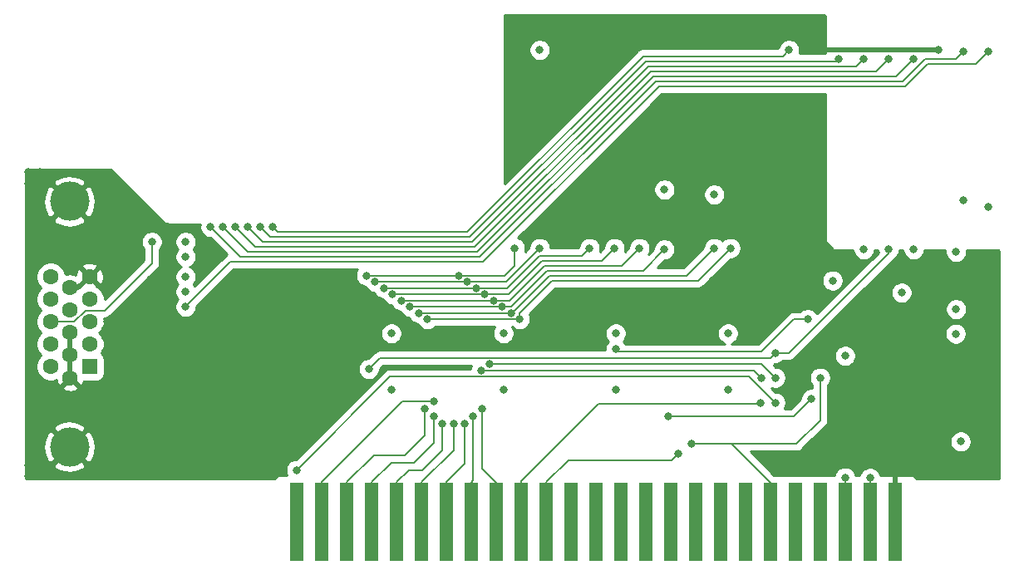
<source format=gbl>
%TF.GenerationSoftware,KiCad,Pcbnew,(5.1.10)-1*%
%TF.CreationDate,2022-11-27T19:39:58-05:00*%
%TF.ProjectId,AppleII-Pico,4170706c-6549-4492-9d50-69636f2e6b69,rev?*%
%TF.SameCoordinates,Original*%
%TF.FileFunction,Copper,L4,Bot*%
%TF.FilePolarity,Positive*%
%FSLAX46Y46*%
G04 Gerber Fmt 4.6, Leading zero omitted, Abs format (unit mm)*
G04 Created by KiCad (PCBNEW (5.1.10)-1) date 2022-11-27 19:39:58*
%MOMM*%
%LPD*%
G01*
G04 APERTURE LIST*
%TA.AperFunction,ComponentPad*%
%ADD10C,4.000000*%
%TD*%
%TA.AperFunction,ComponentPad*%
%ADD11C,1.600000*%
%TD*%
%TA.AperFunction,ComponentPad*%
%ADD12R,1.600000X1.600000*%
%TD*%
%TA.AperFunction,SMDPad,CuDef*%
%ADD13R,1.400000X8.000000*%
%TD*%
%TA.AperFunction,ViaPad*%
%ADD14C,0.800000*%
%TD*%
%TA.AperFunction,Conductor*%
%ADD15C,0.500000*%
%TD*%
%TA.AperFunction,Conductor*%
%ADD16C,0.200000*%
%TD*%
%TA.AperFunction,Conductor*%
%ADD17C,0.254000*%
%TD*%
%TA.AperFunction,Conductor*%
%ADD18C,0.100000*%
%TD*%
G04 APERTURE END LIST*
D10*
%TO.P,J2,0*%
%TO.N,GND*%
X88485000Y-122569000D03*
X88485000Y-97569000D03*
D11*
%TO.P,J2,15*%
%TO.N,Net-(J2-Pad15)*%
X86575000Y-105224000D03*
%TO.P,J2,14*%
%TO.N,VSYNC_OUT*%
X86575000Y-107514000D03*
%TO.P,J2,13*%
%TO.N,HSYNC_OUT*%
X86575000Y-109804000D03*
%TO.P,J2,12*%
%TO.N,Net-(J2-Pad12)*%
X86575000Y-112094000D03*
%TO.P,J2,11*%
%TO.N,Net-(J2-Pad11)*%
X86575000Y-114384000D03*
%TO.P,J2,10*%
%TO.N,GND*%
X88555000Y-106369000D03*
%TO.P,J2,9*%
%TO.N,Net-(J2-Pad9)*%
X88555000Y-108659000D03*
%TO.P,J2,8*%
%TO.N,GND*%
X88555000Y-110949000D03*
%TO.P,J2,7*%
X88555000Y-113239000D03*
%TO.P,J2,6*%
X88555000Y-115529000D03*
%TO.P,J2,5*%
X90535000Y-105224000D03*
%TO.P,J2,4*%
%TO.N,Net-(J2-Pad4)*%
X90535000Y-107514000D03*
%TO.P,J2,3*%
%TO.N,BLUE_OUT*%
X90535000Y-109804000D03*
%TO.P,J2,2*%
%TO.N,GREEN_OUT*%
X90535000Y-112094000D03*
D12*
%TO.P,J2,1*%
%TO.N,RED_OUT*%
X90535000Y-114384000D03*
%TD*%
D13*
%TO.P,J1,26*%
%TO.N,GND*%
X172590000Y-130237500D03*
%TO.P,J1,27*%
%TO.N,Net-(J1-Pad24)*%
X170050000Y-130237500D03*
%TO.P,J1,28*%
%TO.N,Net-(J1-Pad23)*%
X167510000Y-130237500D03*
%TO.P,J1,29*%
%TO.N,nNMI*%
X164970000Y-130237500D03*
%TO.P,J1,30*%
%TO.N,nIRQ*%
X162430000Y-130237500D03*
%TO.P,J1,31*%
%TO.N,nSYSRESET*%
X159890000Y-130237500D03*
%TO.P,J1,32*%
%TO.N,nROMINHIBIT*%
X157350000Y-130237500D03*
%TO.P,J1,33*%
%TO.N,-12V*%
X154810000Y-130237500D03*
%TO.P,J1,34*%
%TO.N,-5V*%
X152270000Y-130237500D03*
%TO.P,J1,35*%
%TO.N,Net-(J1-Pad35)*%
X149730000Y-130237500D03*
%TO.P,J1,36*%
%TO.N,7MHz*%
X147190000Y-130237500D03*
%TO.P,J1,37*%
%TO.N,2MHz*%
X144650000Y-130237500D03*
%TO.P,J1,38*%
%TO.N,PHI1*%
X142110000Y-130237500D03*
%TO.P,J1,39*%
%TO.N,USER1*%
X139570000Y-130237500D03*
%TO.P,J1,40*%
%TO.N,PHI0*%
X137030000Y-130237500D03*
%TO.P,J1,41*%
%TO.N,nDEVSEL*%
X134490000Y-130237500D03*
%TO.P,J1,42*%
%TO.N,D7*%
X131950000Y-130237500D03*
%TO.P,J1,43*%
%TO.N,D6*%
X129410000Y-130237500D03*
%TO.P,J1,44*%
%TO.N,D5*%
X126870000Y-130237500D03*
%TO.P,J1,45*%
%TO.N,D4*%
X124330000Y-130237500D03*
%TO.P,J1,46*%
%TO.N,D3*%
X121790000Y-130237500D03*
%TO.P,J1,47*%
%TO.N,D2*%
X119250000Y-130237500D03*
%TO.P,J1,48*%
%TO.N,D1*%
X116710000Y-130237500D03*
%TO.P,J1,49*%
%TO.N,D0*%
X114170000Y-130237500D03*
%TO.P,J1,50*%
%TO.N,+12V*%
X111630000Y-130237500D03*
%TD*%
D14*
%TO.N,GND*%
X133334000Y-82570500D03*
X181721000Y-102827000D03*
X182864000Y-103970000D03*
X182864000Y-102827000D03*
X175371000Y-125560000D03*
X175371000Y-124417000D03*
X176514000Y-125560000D03*
X84312000Y-94572000D03*
X85455000Y-94572000D03*
X84312000Y-95715000D03*
X108823000Y-124417000D03*
X107680000Y-125560000D03*
X108823000Y-125560000D03*
X176386993Y-120987993D03*
X182864000Y-125560000D03*
X181721000Y-125560000D03*
X182864000Y-124417000D03*
X84312000Y-125560000D03*
X85455000Y-125560000D03*
X84312000Y-124417000D03*
X151622000Y-96350000D03*
X177022000Y-103271500D03*
X169910000Y-108796000D03*
X164322000Y-102954000D03*
X94218000Y-110447000D03*
X94218000Y-113749000D03*
X98663000Y-104224000D03*
X98663000Y-109304000D03*
X98663000Y-114384000D03*
X98663000Y-119464000D03*
X98663000Y-100668000D03*
X96758000Y-105494000D03*
X92313000Y-109812000D03*
X96758000Y-108288000D03*
X164322000Y-82126000D03*
X177022000Y-82126000D03*
X138922000Y-82126002D03*
%TO.N,+5V*%
X155559000Y-116738500D03*
X144129000Y-116738500D03*
X121264000Y-116738500D03*
X132699000Y-116738500D03*
X167497000Y-113304500D03*
X178800000Y-108542000D03*
X179270000Y-122042000D03*
%TO.N,D4*%
X127619000Y-120226000D03*
%TO.N,D0*%
X125587000Y-117940000D03*
%TO.N,D5*%
X128762000Y-120226000D03*
%TO.N,D1*%
X124698000Y-118702000D03*
%TO.N,D6*%
X129616000Y-119464000D03*
%TO.N,D2*%
X125587000Y-119464006D03*
%TO.N,D7*%
X130540000Y-118702000D03*
%TO.N,D3*%
X126476000Y-120226018D03*
%TO.N,Net-(J1-Pad23)*%
X167497000Y-125687000D03*
%TO.N,LD6*%
X154161992Y-102319000D03*
X124063000Y-108923000D03*
X133460998Y-108923000D03*
%TO.N,LD7*%
X134350000Y-109558000D03*
X155813000Y-102319000D03*
X124952000Y-109558000D03*
%TO.N,LD5*%
X149082000Y-102446000D03*
X123174000Y-108288000D03*
X132572000Y-108288000D03*
%TO.N,LD4*%
X146542000Y-102319010D03*
X122285000Y-107653000D03*
X131683000Y-107653000D03*
%TO.N,LD3*%
X144001997Y-102318997D03*
X121396000Y-107018000D03*
X130793998Y-107018000D03*
%TO.N,LD2*%
X141462000Y-102319010D03*
X120507000Y-106383000D03*
X129904998Y-106383000D03*
%TO.N,LD1*%
X136381994Y-102319000D03*
X119618000Y-105748000D03*
X129015998Y-105748000D03*
%TO.N,LD0*%
X133842000Y-102318986D03*
X118729000Y-105113000D03*
X128127000Y-105113000D03*
%TO.N,nSYSRESET*%
X151876000Y-122258000D03*
X164957000Y-115526998D03*
%TO.N,PHI0*%
X150479000Y-123274000D03*
%TO.N,+3V3*%
X144134000Y-111013500D03*
X121274000Y-111013500D03*
X132704000Y-111013500D03*
X155564000Y-111013500D03*
X178765000Y-111047000D03*
X173249500Y-106853500D03*
%TO.N,nIOSEL*%
X111617000Y-124925000D03*
X160385000Y-118067000D03*
%TO.N,nDEVSEL*%
X158861000Y-118067000D03*
%TO.N,R0*%
X109204000Y-100160000D03*
X161782000Y-82126000D03*
%TO.N,R1*%
X107934000Y-100160000D03*
X166862000Y-83015000D03*
%TO.N,R2*%
X106664000Y-100160000D03*
X169402000Y-83015000D03*
%TO.N,G0*%
X105394000Y-100160000D03*
X171942000Y-83015000D03*
%TO.N,G1*%
X104124000Y-100160000D03*
X174482000Y-83015000D03*
%TO.N,G2*%
X102854000Y-100160000D03*
X179562000Y-82253000D03*
%TO.N,B0*%
X100314002Y-108288000D03*
X182102002Y-82253000D03*
%TO.N,B1*%
X100314000Y-106764000D03*
X182102000Y-98128000D03*
%TO.N,B2*%
X100314000Y-105240000D03*
X179562000Y-97429500D03*
%TO.N,HSYNC_OUT*%
X96885000Y-101684000D03*
%TO.N,nDATAOE*%
X130413000Y-114765000D03*
X158988000Y-115527000D03*
X169402000Y-102446000D03*
%TO.N,nMSBOE*%
X144129000Y-112606000D03*
X163687000Y-109558000D03*
X174482000Y-102446000D03*
%TO.N,nLSBOE*%
X118983000Y-114638000D03*
X160385000Y-112987000D03*
X171942000Y-102446000D03*
%TO.N,nDATADIR*%
X160385000Y-115527000D03*
X131302000Y-114130000D03*
X166227000Y-105621000D03*
%TO.N,nCARDSEL*%
X149463000Y-119464000D03*
X164068000Y-117686000D03*
%TO.N,Net-(D1-Pad1)*%
X178800000Y-102700000D03*
X136382000Y-82125998D03*
%TO.N,Net-(R10-Pad1)*%
X100314000Y-101684000D03*
X149099495Y-96350000D03*
%TO.N,Net-(R11-Pad1)*%
X100314002Y-103208000D03*
X154162000Y-96858002D03*
%TO.N,Net-(J1-Pad24)*%
X170037000Y-125737498D03*
%TD*%
D15*
%TO.N,GND*%
X88555000Y-110949000D02*
X88555000Y-113239000D01*
X88555000Y-113239000D02*
X88555000Y-115529000D01*
X176386993Y-121623007D02*
X176386993Y-120987993D01*
X172590000Y-125420000D02*
X176386993Y-121623007D01*
X172590000Y-130237500D02*
X172590000Y-125420000D01*
X89406000Y-106369000D02*
X90535000Y-105240000D01*
X90535000Y-105240000D02*
X90535000Y-105224000D01*
X88555000Y-106369000D02*
X89406000Y-106369000D01*
X164322000Y-82126000D02*
X177022000Y-82126000D01*
D16*
%TO.N,D4*%
X127619000Y-122893000D02*
X127619000Y-120226000D01*
X124330000Y-126182000D02*
X127619000Y-122893000D01*
X124330000Y-130237500D02*
X124330000Y-126182000D01*
%TO.N,D0*%
X122403250Y-117940000D02*
X125587000Y-117940000D01*
X114170000Y-126173250D02*
X122403250Y-117940000D01*
X114170000Y-130237500D02*
X114170000Y-126173250D01*
%TO.N,D5*%
X126870000Y-130237500D02*
X126870000Y-126937500D01*
X128762000Y-124290000D02*
X128762000Y-120226000D01*
X126870000Y-126182000D02*
X128762000Y-124290000D01*
X126870000Y-130237500D02*
X126870000Y-126182000D01*
%TO.N,D1*%
X122666000Y-123401000D02*
X124698000Y-121369000D01*
X124698000Y-121369000D02*
X124698000Y-118702000D01*
X119491000Y-123401000D02*
X122666000Y-123401000D01*
X116710000Y-126182000D02*
X119491000Y-123401000D01*
X116710000Y-130237500D02*
X116710000Y-126182000D01*
%TO.N,D6*%
X129616000Y-126002000D02*
X129616000Y-119464000D01*
X129410000Y-126208000D02*
X129616000Y-126002000D01*
X129410000Y-130237500D02*
X129410000Y-126208000D01*
%TO.N,D2*%
X119250000Y-126182000D02*
X119250000Y-130237500D01*
X121269000Y-124163000D02*
X119250000Y-126182000D01*
X123555000Y-124163000D02*
X121269000Y-124163000D01*
X125587000Y-122131000D02*
X123555000Y-124163000D01*
X125587000Y-119464000D02*
X125587000Y-122131000D01*
%TO.N,D7*%
X131950000Y-130237500D02*
X131950000Y-126208000D01*
X131950000Y-126208000D02*
X130540000Y-124798000D01*
X130540000Y-124798000D02*
X130540000Y-118702000D01*
%TO.N,D3*%
X121790000Y-126182000D02*
X123047000Y-124925000D01*
X121790000Y-130237500D02*
X121790000Y-126182000D01*
X126476000Y-122893000D02*
X126476000Y-120226000D01*
X124444000Y-124925000D02*
X126476000Y-122893000D01*
X123047000Y-124925000D02*
X124444000Y-124925000D01*
%TO.N,Net-(J1-Pad23)*%
X167497000Y-130224500D02*
X167510000Y-130237500D01*
X167497000Y-125687000D02*
X167497000Y-130224500D01*
%TO.N,LD6*%
X124063000Y-108923000D02*
X133460998Y-108923000D01*
X133588000Y-108923000D02*
X133460998Y-108923000D01*
X137398000Y-105113000D02*
X133588000Y-108923000D01*
X151367992Y-105113000D02*
X137398000Y-105113000D01*
X154161992Y-102319000D02*
X151367992Y-105113000D01*
%TO.N,LD7*%
X124952000Y-109558000D02*
X134350000Y-109558000D01*
X152511000Y-105621000D02*
X155813000Y-102319000D01*
X137652000Y-105621000D02*
X152511000Y-105621000D01*
X134350000Y-108923000D02*
X137652000Y-105621000D01*
X134350000Y-109558000D02*
X134350000Y-108923000D01*
%TO.N,LD5*%
X123174000Y-108288000D02*
X132572000Y-108288000D01*
X133461000Y-108288000D02*
X132572000Y-108288000D01*
X137144000Y-104605000D02*
X133461000Y-108288000D01*
X146923000Y-104605000D02*
X137144000Y-104605000D01*
X149082000Y-102446000D02*
X146923000Y-104605000D01*
%TO.N,LD4*%
X122285000Y-107653000D02*
X131683000Y-107653000D01*
X136890000Y-104097000D02*
X133334000Y-107653000D01*
X133334000Y-107653000D02*
X131683000Y-107653000D01*
X144764010Y-104097000D02*
X136890000Y-104097000D01*
X146542000Y-102319010D02*
X144764010Y-104097000D01*
%TO.N,LD3*%
X133207000Y-107018000D02*
X121396000Y-107018000D01*
X136636000Y-103589000D02*
X133207000Y-107018000D01*
X142731994Y-103589000D02*
X136636000Y-103589000D01*
X144001997Y-102318997D02*
X142731994Y-103589000D01*
%TO.N,LD2*%
X133080000Y-106383000D02*
X120507000Y-106383000D01*
X136382000Y-103081000D02*
X133080000Y-106383000D01*
X140700010Y-103081000D02*
X136382000Y-103081000D01*
X141462000Y-102319010D02*
X140700010Y-103081000D01*
%TO.N,LD1*%
X119618000Y-105748000D02*
X129015998Y-105748000D01*
X132952994Y-105748000D02*
X129015998Y-105748000D01*
X136381994Y-102319000D02*
X132952994Y-105748000D01*
%TO.N,LD0*%
X118729000Y-105113000D02*
X128127000Y-105113000D01*
X132826000Y-105113000D02*
X128127000Y-105113000D01*
X133842000Y-104097000D02*
X132826000Y-105113000D01*
X133842000Y-102318986D02*
X133842000Y-104097000D01*
%TO.N,nSYSRESET*%
X159890000Y-126208000D02*
X155940000Y-122258000D01*
X155940000Y-122258000D02*
X151876000Y-122258000D01*
X159890000Y-130237500D02*
X159890000Y-126208000D01*
X155940000Y-122258000D02*
X162544000Y-122258000D01*
X162544000Y-122258000D02*
X164957000Y-119845000D01*
X164957000Y-119845000D02*
X164957000Y-115526998D01*
%TO.N,PHI0*%
X149844000Y-123909000D02*
X150479000Y-123274000D01*
X139303000Y-123909000D02*
X149844000Y-123909000D01*
X137030000Y-126182000D02*
X139303000Y-123909000D01*
X137030000Y-130237500D02*
X137030000Y-126182000D01*
%TO.N,nIOSEL*%
X157718000Y-115400000D02*
X160385000Y-118067000D01*
X121142000Y-115400000D02*
X157718000Y-115400000D01*
X111617000Y-124925000D02*
X121142000Y-115400000D01*
%TO.N,nDEVSEL*%
X158769000Y-118159000D02*
X158861000Y-118067000D01*
X142368500Y-118159000D02*
X158769000Y-118159000D01*
X134490000Y-126037500D02*
X142368500Y-118159000D01*
X134490000Y-130237500D02*
X134490000Y-126037500D01*
%TO.N,R0*%
X161147000Y-82761000D02*
X161782000Y-82126000D01*
X146923000Y-82761000D02*
X161147000Y-82761000D01*
X129016000Y-100668000D02*
X146923000Y-82761000D01*
X109712000Y-100668000D02*
X129016000Y-100668000D01*
X109204000Y-100160000D02*
X109712000Y-100668000D01*
%TO.N,R1*%
X166608000Y-83269000D02*
X166862000Y-83015000D01*
X147177000Y-83269000D02*
X166608000Y-83269000D01*
X129270000Y-101176000D02*
X147177000Y-83269000D01*
X108950000Y-101176000D02*
X129270000Y-101176000D01*
X107934000Y-100160000D02*
X108950000Y-101176000D01*
%TO.N,R2*%
X168640000Y-83777000D02*
X169402000Y-83015000D01*
X147431000Y-83777000D02*
X168640000Y-83777000D01*
X129524000Y-101684000D02*
X147431000Y-83777000D01*
X108188000Y-101684000D02*
X129524000Y-101684000D01*
X106664000Y-100160000D02*
X108188000Y-101684000D01*
%TO.N,G0*%
X170672000Y-84285000D02*
X171942000Y-83015000D01*
X147685000Y-84285000D02*
X170672000Y-84285000D01*
X129778000Y-102192000D02*
X147685000Y-84285000D01*
X107426000Y-102192000D02*
X129778000Y-102192000D01*
X105394000Y-100160000D02*
X107426000Y-102192000D01*
%TO.N,G1*%
X172704000Y-84793000D02*
X174482000Y-83015000D01*
X147939000Y-84793000D02*
X172704000Y-84793000D01*
X130032000Y-102700000D02*
X147939000Y-84793000D01*
X106664000Y-102700000D02*
X130032000Y-102700000D01*
X104124000Y-100160000D02*
X106664000Y-102700000D01*
%TO.N,G2*%
X178800000Y-83015000D02*
X179562000Y-82253000D01*
X175625000Y-83015000D02*
X178800000Y-83015000D01*
X173339000Y-85301000D02*
X175625000Y-83015000D01*
X148193000Y-85301000D02*
X173339000Y-85301000D01*
X130286000Y-103208000D02*
X148193000Y-85301000D01*
X105902000Y-103208000D02*
X130286000Y-103208000D01*
X102854000Y-100160000D02*
X105902000Y-103208000D01*
%TO.N,B0*%
X180832002Y-83523000D02*
X182102002Y-82253000D01*
X173593000Y-85809000D02*
X175879000Y-83523000D01*
X148510500Y-85809000D02*
X173593000Y-85809000D01*
X130603500Y-103716000D02*
X148510500Y-85809000D01*
X175879000Y-83523000D02*
X180832002Y-83523000D01*
X104886002Y-103716000D02*
X130603500Y-103716000D01*
X100314002Y-108288000D02*
X104886002Y-103716000D01*
%TO.N,HSYNC_OUT*%
X96885000Y-103843000D02*
X96885000Y-101684000D01*
X92059000Y-108669000D02*
X96885000Y-103843000D01*
X90090500Y-108669000D02*
X92059000Y-108669000D01*
X88955500Y-109804000D02*
X90090500Y-108669000D01*
X86575000Y-109804000D02*
X88955500Y-109804000D01*
%TO.N,nDATAOE*%
X130413000Y-114765000D02*
X158226000Y-114765000D01*
X158226000Y-114765000D02*
X158988000Y-115527000D01*
%TO.N,nMSBOE*%
X162290000Y-109558000D02*
X163687000Y-109558000D01*
X158988000Y-112860000D02*
X162290000Y-109558000D01*
X144383000Y-112860000D02*
X158988000Y-112860000D01*
X144129000Y-112606000D02*
X144383000Y-112860000D01*
%TO.N,nLSBOE*%
X159877000Y-113495000D02*
X160385000Y-112987000D01*
X120126000Y-113495000D02*
X159877000Y-113495000D01*
X118983000Y-114638000D02*
X120126000Y-113495000D01*
X171942000Y-102827000D02*
X171942000Y-102446000D01*
X161782000Y-112987000D02*
X171942000Y-102827000D01*
X160385000Y-112987000D02*
X161782000Y-112987000D01*
%TO.N,nDATADIR*%
X158988000Y-114130000D02*
X131302000Y-114130000D01*
X160385000Y-115527000D02*
X158988000Y-114130000D01*
%TO.N,nCARDSEL*%
X149463000Y-119464000D02*
X162290000Y-119464000D01*
X162290000Y-119464000D02*
X164068000Y-117686000D01*
%TO.N,Net-(J1-Pad24)*%
X170050000Y-125750498D02*
X170037000Y-125737498D01*
X170050000Y-130237500D02*
X170050000Y-125750498D01*
%TD*%
D17*
%TO.N,GND*%
X173380000Y-102554538D02*
X173422349Y-102767442D01*
X173505420Y-102967993D01*
X173626021Y-103148484D01*
X173779516Y-103301979D01*
X173960007Y-103422580D01*
X174160558Y-103505651D01*
X174373462Y-103548000D01*
X174590538Y-103548000D01*
X174803442Y-103505651D01*
X175003993Y-103422580D01*
X175184484Y-103301979D01*
X175337979Y-103148484D01*
X175458580Y-102967993D01*
X175541651Y-102767442D01*
X175584000Y-102554538D01*
X175584000Y-102509500D01*
X177714303Y-102509500D01*
X177698000Y-102591462D01*
X177698000Y-102808538D01*
X177740349Y-103021442D01*
X177823420Y-103221993D01*
X177944021Y-103402484D01*
X178097516Y-103555979D01*
X178278007Y-103676580D01*
X178478558Y-103759651D01*
X178691462Y-103802000D01*
X178908538Y-103802000D01*
X179121442Y-103759651D01*
X179321993Y-103676580D01*
X179502484Y-103555979D01*
X179655979Y-103402484D01*
X179776580Y-103221993D01*
X179859651Y-103021442D01*
X179902000Y-102808538D01*
X179902000Y-102591462D01*
X179885697Y-102509500D01*
X183077394Y-102509500D01*
X183153001Y-102585107D01*
X183153000Y-125849000D01*
X174823606Y-125849000D01*
X174444803Y-125470197D01*
X174425557Y-125454403D01*
X174403601Y-125442667D01*
X174379776Y-125435440D01*
X174355000Y-125433000D01*
X171100021Y-125433000D01*
X171096651Y-125416056D01*
X171013580Y-125215505D01*
X170892979Y-125035014D01*
X170739484Y-124881519D01*
X170558993Y-124760918D01*
X170358442Y-124677847D01*
X170145538Y-124635498D01*
X169928462Y-124635498D01*
X169715558Y-124677847D01*
X169515007Y-124760918D01*
X169334516Y-124881519D01*
X169181021Y-125035014D01*
X169060420Y-125215505D01*
X168977349Y-125416056D01*
X168973979Y-125433000D01*
X168570066Y-125433000D01*
X168556651Y-125365558D01*
X168473580Y-125165007D01*
X168352979Y-124984516D01*
X168199484Y-124831021D01*
X168018993Y-124710420D01*
X167818442Y-124627349D01*
X167605538Y-124585000D01*
X167388462Y-124585000D01*
X167175558Y-124627349D01*
X166975007Y-124710420D01*
X166794516Y-124831021D01*
X166641021Y-124984516D01*
X166520420Y-125165007D01*
X166437349Y-125365558D01*
X166423934Y-125433000D01*
X160249199Y-125433000D01*
X157876198Y-123060000D01*
X162504614Y-123060000D01*
X162544000Y-123063879D01*
X162583386Y-123060000D01*
X162583394Y-123060000D01*
X162701219Y-123048395D01*
X162852397Y-123002536D01*
X162991723Y-122928065D01*
X163113843Y-122827843D01*
X163138960Y-122797238D01*
X164002736Y-121933462D01*
X178168000Y-121933462D01*
X178168000Y-122150538D01*
X178210349Y-122363442D01*
X178293420Y-122563993D01*
X178414021Y-122744484D01*
X178567516Y-122897979D01*
X178748007Y-123018580D01*
X178948558Y-123101651D01*
X179161462Y-123144000D01*
X179378538Y-123144000D01*
X179591442Y-123101651D01*
X179791993Y-123018580D01*
X179972484Y-122897979D01*
X180125979Y-122744484D01*
X180246580Y-122563993D01*
X180329651Y-122363442D01*
X180372000Y-122150538D01*
X180372000Y-121933462D01*
X180329651Y-121720558D01*
X180246580Y-121520007D01*
X180125979Y-121339516D01*
X179972484Y-121186021D01*
X179791993Y-121065420D01*
X179591442Y-120982349D01*
X179378538Y-120940000D01*
X179161462Y-120940000D01*
X178948558Y-120982349D01*
X178748007Y-121065420D01*
X178567516Y-121186021D01*
X178414021Y-121339516D01*
X178293420Y-121520007D01*
X178210349Y-121720558D01*
X178168000Y-121933462D01*
X164002736Y-121933462D01*
X165496250Y-120439950D01*
X165526843Y-120414843D01*
X165551951Y-120384249D01*
X165551955Y-120384245D01*
X165627064Y-120292724D01*
X165627065Y-120292723D01*
X165701536Y-120153397D01*
X165747395Y-120002219D01*
X165759000Y-119884394D01*
X165759000Y-119884387D01*
X165762879Y-119845001D01*
X165759000Y-119805615D01*
X165759000Y-116283461D01*
X165812979Y-116229482D01*
X165933580Y-116048991D01*
X166016651Y-115848440D01*
X166059000Y-115635536D01*
X166059000Y-115418460D01*
X166016651Y-115205556D01*
X165933580Y-115005005D01*
X165812979Y-114824514D01*
X165659484Y-114671019D01*
X165478993Y-114550418D01*
X165278442Y-114467347D01*
X165065538Y-114424998D01*
X164848462Y-114424998D01*
X164635558Y-114467347D01*
X164435007Y-114550418D01*
X164254516Y-114671019D01*
X164101021Y-114824514D01*
X163980420Y-115005005D01*
X163897349Y-115205556D01*
X163855000Y-115418460D01*
X163855000Y-115635536D01*
X163897349Y-115848440D01*
X163980420Y-116048991D01*
X164101021Y-116229482D01*
X164155001Y-116283462D01*
X164155001Y-116584000D01*
X163959462Y-116584000D01*
X163746558Y-116626349D01*
X163546007Y-116709420D01*
X163365516Y-116830021D01*
X163212021Y-116983516D01*
X163091420Y-117164007D01*
X163008349Y-117364558D01*
X162966000Y-117577462D01*
X162966000Y-117653801D01*
X161957802Y-118662000D01*
X161312798Y-118662000D01*
X161361580Y-118588993D01*
X161444651Y-118388442D01*
X161487000Y-118175538D01*
X161487000Y-117958462D01*
X161444651Y-117745558D01*
X161361580Y-117545007D01*
X161240979Y-117364516D01*
X161087484Y-117211021D01*
X160906993Y-117090420D01*
X160706442Y-117007349D01*
X160493538Y-116965000D01*
X160417199Y-116965000D01*
X160021378Y-116569180D01*
X160063558Y-116586651D01*
X160276462Y-116629000D01*
X160493538Y-116629000D01*
X160706442Y-116586651D01*
X160906993Y-116503580D01*
X161087484Y-116382979D01*
X161240979Y-116229484D01*
X161361580Y-116048993D01*
X161444651Y-115848442D01*
X161487000Y-115635538D01*
X161487000Y-115418462D01*
X161444651Y-115205558D01*
X161361580Y-115005007D01*
X161240979Y-114824516D01*
X161087484Y-114671021D01*
X160906993Y-114550420D01*
X160706442Y-114467349D01*
X160493538Y-114425000D01*
X160417199Y-114425000D01*
X160215594Y-114223395D01*
X160324723Y-114165065D01*
X160417408Y-114089000D01*
X160493538Y-114089000D01*
X160706442Y-114046651D01*
X160906993Y-113963580D01*
X161087484Y-113842979D01*
X161141463Y-113789000D01*
X161742614Y-113789000D01*
X161782000Y-113792879D01*
X161821386Y-113789000D01*
X161821394Y-113789000D01*
X161939219Y-113777395D01*
X162090397Y-113731536D01*
X162229723Y-113657065D01*
X162351843Y-113556843D01*
X162376960Y-113526238D01*
X162707236Y-113195962D01*
X166395000Y-113195962D01*
X166395000Y-113413038D01*
X166437349Y-113625942D01*
X166520420Y-113826493D01*
X166641021Y-114006984D01*
X166794516Y-114160479D01*
X166975007Y-114281080D01*
X167175558Y-114364151D01*
X167388462Y-114406500D01*
X167605538Y-114406500D01*
X167818442Y-114364151D01*
X168018993Y-114281080D01*
X168199484Y-114160479D01*
X168352979Y-114006984D01*
X168473580Y-113826493D01*
X168556651Y-113625942D01*
X168599000Y-113413038D01*
X168599000Y-113195962D01*
X168556651Y-112983058D01*
X168473580Y-112782507D01*
X168352979Y-112602016D01*
X168199484Y-112448521D01*
X168018993Y-112327920D01*
X167818442Y-112244849D01*
X167605538Y-112202500D01*
X167388462Y-112202500D01*
X167175558Y-112244849D01*
X166975007Y-112327920D01*
X166794516Y-112448521D01*
X166641021Y-112602016D01*
X166520420Y-112782507D01*
X166437349Y-112983058D01*
X166395000Y-113195962D01*
X162707236Y-113195962D01*
X164964736Y-110938462D01*
X177663000Y-110938462D01*
X177663000Y-111155538D01*
X177705349Y-111368442D01*
X177788420Y-111568993D01*
X177909021Y-111749484D01*
X178062516Y-111902979D01*
X178243007Y-112023580D01*
X178443558Y-112106651D01*
X178656462Y-112149000D01*
X178873538Y-112149000D01*
X179086442Y-112106651D01*
X179286993Y-112023580D01*
X179467484Y-111902979D01*
X179620979Y-111749484D01*
X179741580Y-111568993D01*
X179824651Y-111368442D01*
X179867000Y-111155538D01*
X179867000Y-110938462D01*
X179824651Y-110725558D01*
X179741580Y-110525007D01*
X179620979Y-110344516D01*
X179467484Y-110191021D01*
X179286993Y-110070420D01*
X179086442Y-109987349D01*
X178873538Y-109945000D01*
X178656462Y-109945000D01*
X178443558Y-109987349D01*
X178243007Y-110070420D01*
X178062516Y-110191021D01*
X177909021Y-110344516D01*
X177788420Y-110525007D01*
X177705349Y-110725558D01*
X177663000Y-110938462D01*
X164964736Y-110938462D01*
X167469736Y-108433462D01*
X177698000Y-108433462D01*
X177698000Y-108650538D01*
X177740349Y-108863442D01*
X177823420Y-109063993D01*
X177944021Y-109244484D01*
X178097516Y-109397979D01*
X178278007Y-109518580D01*
X178478558Y-109601651D01*
X178691462Y-109644000D01*
X178908538Y-109644000D01*
X179121442Y-109601651D01*
X179321993Y-109518580D01*
X179502484Y-109397979D01*
X179655979Y-109244484D01*
X179776580Y-109063993D01*
X179859651Y-108863442D01*
X179902000Y-108650538D01*
X179902000Y-108433462D01*
X179859651Y-108220558D01*
X179776580Y-108020007D01*
X179655979Y-107839516D01*
X179502484Y-107686021D01*
X179321993Y-107565420D01*
X179121442Y-107482349D01*
X178908538Y-107440000D01*
X178691462Y-107440000D01*
X178478558Y-107482349D01*
X178278007Y-107565420D01*
X178097516Y-107686021D01*
X177944021Y-107839516D01*
X177823420Y-108020007D01*
X177740349Y-108220558D01*
X177698000Y-108433462D01*
X167469736Y-108433462D01*
X169158236Y-106744962D01*
X172147500Y-106744962D01*
X172147500Y-106962038D01*
X172189849Y-107174942D01*
X172272920Y-107375493D01*
X172393521Y-107555984D01*
X172547016Y-107709479D01*
X172727507Y-107830080D01*
X172928058Y-107913151D01*
X173140962Y-107955500D01*
X173358038Y-107955500D01*
X173570942Y-107913151D01*
X173771493Y-107830080D01*
X173951984Y-107709479D01*
X174105479Y-107555984D01*
X174226080Y-107375493D01*
X174309151Y-107174942D01*
X174351500Y-106962038D01*
X174351500Y-106744962D01*
X174309151Y-106532058D01*
X174226080Y-106331507D01*
X174105479Y-106151016D01*
X173951984Y-105997521D01*
X173771493Y-105876920D01*
X173570942Y-105793849D01*
X173358038Y-105751500D01*
X173140962Y-105751500D01*
X172928058Y-105793849D01*
X172727507Y-105876920D01*
X172547016Y-105997521D01*
X172393521Y-106151016D01*
X172272920Y-106331507D01*
X172189849Y-106532058D01*
X172147500Y-106744962D01*
X169158236Y-106744962D01*
X172481244Y-103421955D01*
X172511843Y-103396843D01*
X172523174Y-103383036D01*
X172644484Y-103301979D01*
X172797979Y-103148484D01*
X172918580Y-102967993D01*
X173001651Y-102767442D01*
X173044000Y-102554538D01*
X173044000Y-102509500D01*
X173380000Y-102509500D01*
X173380000Y-102554538D01*
%TA.AperFunction,Conductor*%
D18*
G36*
X173380000Y-102554538D02*
G01*
X173422349Y-102767442D01*
X173505420Y-102967993D01*
X173626021Y-103148484D01*
X173779516Y-103301979D01*
X173960007Y-103422580D01*
X174160558Y-103505651D01*
X174373462Y-103548000D01*
X174590538Y-103548000D01*
X174803442Y-103505651D01*
X175003993Y-103422580D01*
X175184484Y-103301979D01*
X175337979Y-103148484D01*
X175458580Y-102967993D01*
X175541651Y-102767442D01*
X175584000Y-102554538D01*
X175584000Y-102509500D01*
X177714303Y-102509500D01*
X177698000Y-102591462D01*
X177698000Y-102808538D01*
X177740349Y-103021442D01*
X177823420Y-103221993D01*
X177944021Y-103402484D01*
X178097516Y-103555979D01*
X178278007Y-103676580D01*
X178478558Y-103759651D01*
X178691462Y-103802000D01*
X178908538Y-103802000D01*
X179121442Y-103759651D01*
X179321993Y-103676580D01*
X179502484Y-103555979D01*
X179655979Y-103402484D01*
X179776580Y-103221993D01*
X179859651Y-103021442D01*
X179902000Y-102808538D01*
X179902000Y-102591462D01*
X179885697Y-102509500D01*
X183077394Y-102509500D01*
X183153001Y-102585107D01*
X183153000Y-125849000D01*
X174823606Y-125849000D01*
X174444803Y-125470197D01*
X174425557Y-125454403D01*
X174403601Y-125442667D01*
X174379776Y-125435440D01*
X174355000Y-125433000D01*
X171100021Y-125433000D01*
X171096651Y-125416056D01*
X171013580Y-125215505D01*
X170892979Y-125035014D01*
X170739484Y-124881519D01*
X170558993Y-124760918D01*
X170358442Y-124677847D01*
X170145538Y-124635498D01*
X169928462Y-124635498D01*
X169715558Y-124677847D01*
X169515007Y-124760918D01*
X169334516Y-124881519D01*
X169181021Y-125035014D01*
X169060420Y-125215505D01*
X168977349Y-125416056D01*
X168973979Y-125433000D01*
X168570066Y-125433000D01*
X168556651Y-125365558D01*
X168473580Y-125165007D01*
X168352979Y-124984516D01*
X168199484Y-124831021D01*
X168018993Y-124710420D01*
X167818442Y-124627349D01*
X167605538Y-124585000D01*
X167388462Y-124585000D01*
X167175558Y-124627349D01*
X166975007Y-124710420D01*
X166794516Y-124831021D01*
X166641021Y-124984516D01*
X166520420Y-125165007D01*
X166437349Y-125365558D01*
X166423934Y-125433000D01*
X160249199Y-125433000D01*
X157876198Y-123060000D01*
X162504614Y-123060000D01*
X162544000Y-123063879D01*
X162583386Y-123060000D01*
X162583394Y-123060000D01*
X162701219Y-123048395D01*
X162852397Y-123002536D01*
X162991723Y-122928065D01*
X163113843Y-122827843D01*
X163138960Y-122797238D01*
X164002736Y-121933462D01*
X178168000Y-121933462D01*
X178168000Y-122150538D01*
X178210349Y-122363442D01*
X178293420Y-122563993D01*
X178414021Y-122744484D01*
X178567516Y-122897979D01*
X178748007Y-123018580D01*
X178948558Y-123101651D01*
X179161462Y-123144000D01*
X179378538Y-123144000D01*
X179591442Y-123101651D01*
X179791993Y-123018580D01*
X179972484Y-122897979D01*
X180125979Y-122744484D01*
X180246580Y-122563993D01*
X180329651Y-122363442D01*
X180372000Y-122150538D01*
X180372000Y-121933462D01*
X180329651Y-121720558D01*
X180246580Y-121520007D01*
X180125979Y-121339516D01*
X179972484Y-121186021D01*
X179791993Y-121065420D01*
X179591442Y-120982349D01*
X179378538Y-120940000D01*
X179161462Y-120940000D01*
X178948558Y-120982349D01*
X178748007Y-121065420D01*
X178567516Y-121186021D01*
X178414021Y-121339516D01*
X178293420Y-121520007D01*
X178210349Y-121720558D01*
X178168000Y-121933462D01*
X164002736Y-121933462D01*
X165496250Y-120439950D01*
X165526843Y-120414843D01*
X165551951Y-120384249D01*
X165551955Y-120384245D01*
X165627064Y-120292724D01*
X165627065Y-120292723D01*
X165701536Y-120153397D01*
X165747395Y-120002219D01*
X165759000Y-119884394D01*
X165759000Y-119884387D01*
X165762879Y-119845001D01*
X165759000Y-119805615D01*
X165759000Y-116283461D01*
X165812979Y-116229482D01*
X165933580Y-116048991D01*
X166016651Y-115848440D01*
X166059000Y-115635536D01*
X166059000Y-115418460D01*
X166016651Y-115205556D01*
X165933580Y-115005005D01*
X165812979Y-114824514D01*
X165659484Y-114671019D01*
X165478993Y-114550418D01*
X165278442Y-114467347D01*
X165065538Y-114424998D01*
X164848462Y-114424998D01*
X164635558Y-114467347D01*
X164435007Y-114550418D01*
X164254516Y-114671019D01*
X164101021Y-114824514D01*
X163980420Y-115005005D01*
X163897349Y-115205556D01*
X163855000Y-115418460D01*
X163855000Y-115635536D01*
X163897349Y-115848440D01*
X163980420Y-116048991D01*
X164101021Y-116229482D01*
X164155001Y-116283462D01*
X164155001Y-116584000D01*
X163959462Y-116584000D01*
X163746558Y-116626349D01*
X163546007Y-116709420D01*
X163365516Y-116830021D01*
X163212021Y-116983516D01*
X163091420Y-117164007D01*
X163008349Y-117364558D01*
X162966000Y-117577462D01*
X162966000Y-117653801D01*
X161957802Y-118662000D01*
X161312798Y-118662000D01*
X161361580Y-118588993D01*
X161444651Y-118388442D01*
X161487000Y-118175538D01*
X161487000Y-117958462D01*
X161444651Y-117745558D01*
X161361580Y-117545007D01*
X161240979Y-117364516D01*
X161087484Y-117211021D01*
X160906993Y-117090420D01*
X160706442Y-117007349D01*
X160493538Y-116965000D01*
X160417199Y-116965000D01*
X160021378Y-116569180D01*
X160063558Y-116586651D01*
X160276462Y-116629000D01*
X160493538Y-116629000D01*
X160706442Y-116586651D01*
X160906993Y-116503580D01*
X161087484Y-116382979D01*
X161240979Y-116229484D01*
X161361580Y-116048993D01*
X161444651Y-115848442D01*
X161487000Y-115635538D01*
X161487000Y-115418462D01*
X161444651Y-115205558D01*
X161361580Y-115005007D01*
X161240979Y-114824516D01*
X161087484Y-114671021D01*
X160906993Y-114550420D01*
X160706442Y-114467349D01*
X160493538Y-114425000D01*
X160417199Y-114425000D01*
X160215594Y-114223395D01*
X160324723Y-114165065D01*
X160417408Y-114089000D01*
X160493538Y-114089000D01*
X160706442Y-114046651D01*
X160906993Y-113963580D01*
X161087484Y-113842979D01*
X161141463Y-113789000D01*
X161742614Y-113789000D01*
X161782000Y-113792879D01*
X161821386Y-113789000D01*
X161821394Y-113789000D01*
X161939219Y-113777395D01*
X162090397Y-113731536D01*
X162229723Y-113657065D01*
X162351843Y-113556843D01*
X162376960Y-113526238D01*
X162707236Y-113195962D01*
X166395000Y-113195962D01*
X166395000Y-113413038D01*
X166437349Y-113625942D01*
X166520420Y-113826493D01*
X166641021Y-114006984D01*
X166794516Y-114160479D01*
X166975007Y-114281080D01*
X167175558Y-114364151D01*
X167388462Y-114406500D01*
X167605538Y-114406500D01*
X167818442Y-114364151D01*
X168018993Y-114281080D01*
X168199484Y-114160479D01*
X168352979Y-114006984D01*
X168473580Y-113826493D01*
X168556651Y-113625942D01*
X168599000Y-113413038D01*
X168599000Y-113195962D01*
X168556651Y-112983058D01*
X168473580Y-112782507D01*
X168352979Y-112602016D01*
X168199484Y-112448521D01*
X168018993Y-112327920D01*
X167818442Y-112244849D01*
X167605538Y-112202500D01*
X167388462Y-112202500D01*
X167175558Y-112244849D01*
X166975007Y-112327920D01*
X166794516Y-112448521D01*
X166641021Y-112602016D01*
X166520420Y-112782507D01*
X166437349Y-112983058D01*
X166395000Y-113195962D01*
X162707236Y-113195962D01*
X164964736Y-110938462D01*
X177663000Y-110938462D01*
X177663000Y-111155538D01*
X177705349Y-111368442D01*
X177788420Y-111568993D01*
X177909021Y-111749484D01*
X178062516Y-111902979D01*
X178243007Y-112023580D01*
X178443558Y-112106651D01*
X178656462Y-112149000D01*
X178873538Y-112149000D01*
X179086442Y-112106651D01*
X179286993Y-112023580D01*
X179467484Y-111902979D01*
X179620979Y-111749484D01*
X179741580Y-111568993D01*
X179824651Y-111368442D01*
X179867000Y-111155538D01*
X179867000Y-110938462D01*
X179824651Y-110725558D01*
X179741580Y-110525007D01*
X179620979Y-110344516D01*
X179467484Y-110191021D01*
X179286993Y-110070420D01*
X179086442Y-109987349D01*
X178873538Y-109945000D01*
X178656462Y-109945000D01*
X178443558Y-109987349D01*
X178243007Y-110070420D01*
X178062516Y-110191021D01*
X177909021Y-110344516D01*
X177788420Y-110525007D01*
X177705349Y-110725558D01*
X177663000Y-110938462D01*
X164964736Y-110938462D01*
X167469736Y-108433462D01*
X177698000Y-108433462D01*
X177698000Y-108650538D01*
X177740349Y-108863442D01*
X177823420Y-109063993D01*
X177944021Y-109244484D01*
X178097516Y-109397979D01*
X178278007Y-109518580D01*
X178478558Y-109601651D01*
X178691462Y-109644000D01*
X178908538Y-109644000D01*
X179121442Y-109601651D01*
X179321993Y-109518580D01*
X179502484Y-109397979D01*
X179655979Y-109244484D01*
X179776580Y-109063993D01*
X179859651Y-108863442D01*
X179902000Y-108650538D01*
X179902000Y-108433462D01*
X179859651Y-108220558D01*
X179776580Y-108020007D01*
X179655979Y-107839516D01*
X179502484Y-107686021D01*
X179321993Y-107565420D01*
X179121442Y-107482349D01*
X178908538Y-107440000D01*
X178691462Y-107440000D01*
X178478558Y-107482349D01*
X178278007Y-107565420D01*
X178097516Y-107686021D01*
X177944021Y-107839516D01*
X177823420Y-108020007D01*
X177740349Y-108220558D01*
X177698000Y-108433462D01*
X167469736Y-108433462D01*
X169158236Y-106744962D01*
X172147500Y-106744962D01*
X172147500Y-106962038D01*
X172189849Y-107174942D01*
X172272920Y-107375493D01*
X172393521Y-107555984D01*
X172547016Y-107709479D01*
X172727507Y-107830080D01*
X172928058Y-107913151D01*
X173140962Y-107955500D01*
X173358038Y-107955500D01*
X173570942Y-107913151D01*
X173771493Y-107830080D01*
X173951984Y-107709479D01*
X174105479Y-107555984D01*
X174226080Y-107375493D01*
X174309151Y-107174942D01*
X174351500Y-106962038D01*
X174351500Y-106744962D01*
X174309151Y-106532058D01*
X174226080Y-106331507D01*
X174105479Y-106151016D01*
X173951984Y-105997521D01*
X173771493Y-105876920D01*
X173570942Y-105793849D01*
X173358038Y-105751500D01*
X173140962Y-105751500D01*
X172928058Y-105793849D01*
X172727507Y-105876920D01*
X172547016Y-105997521D01*
X172393521Y-106151016D01*
X172272920Y-106331507D01*
X172189849Y-106532058D01*
X172147500Y-106744962D01*
X169158236Y-106744962D01*
X172481244Y-103421955D01*
X172511843Y-103396843D01*
X172523174Y-103383036D01*
X172644484Y-103301979D01*
X172797979Y-103148484D01*
X172918580Y-102967993D01*
X173001651Y-102767442D01*
X173044000Y-102554538D01*
X173044000Y-102509500D01*
X173380000Y-102509500D01*
X173380000Y-102554538D01*
G37*
%TD.AperFunction*%
D17*
X165465000Y-101632500D02*
X165467440Y-101657276D01*
X165474667Y-101681101D01*
X165486403Y-101703057D01*
X165502197Y-101722303D01*
X166252197Y-102472303D01*
X166271443Y-102488097D01*
X166293399Y-102499833D01*
X166317224Y-102507060D01*
X166342000Y-102509500D01*
X168300000Y-102509500D01*
X168300000Y-102554538D01*
X168342349Y-102767442D01*
X168425420Y-102967993D01*
X168546021Y-103148484D01*
X168699516Y-103301979D01*
X168880007Y-103422580D01*
X169080558Y-103505651D01*
X169293462Y-103548000D01*
X169510538Y-103548000D01*
X169723442Y-103505651D01*
X169923993Y-103422580D01*
X170104484Y-103301979D01*
X170257979Y-103148484D01*
X170378580Y-102967993D01*
X170461651Y-102767442D01*
X170504000Y-102554538D01*
X170504000Y-102509500D01*
X170840000Y-102509500D01*
X170840000Y-102554538D01*
X170879862Y-102754939D01*
X164637631Y-108997171D01*
X164542979Y-108855516D01*
X164389484Y-108702021D01*
X164208993Y-108581420D01*
X164008442Y-108498349D01*
X163795538Y-108456000D01*
X163578462Y-108456000D01*
X163365558Y-108498349D01*
X163165007Y-108581420D01*
X162984516Y-108702021D01*
X162930537Y-108756000D01*
X162329385Y-108756000D01*
X162289999Y-108752121D01*
X162250613Y-108756000D01*
X162250606Y-108756000D01*
X162151300Y-108765781D01*
X162132780Y-108767605D01*
X162097595Y-108778279D01*
X161981603Y-108813464D01*
X161842277Y-108887935D01*
X161842275Y-108887936D01*
X161842276Y-108887936D01*
X161750755Y-108963045D01*
X161750751Y-108963049D01*
X161720157Y-108988157D01*
X161695049Y-109018751D01*
X158655802Y-112058000D01*
X155922020Y-112058000D01*
X156085993Y-111990080D01*
X156266484Y-111869479D01*
X156419979Y-111715984D01*
X156540580Y-111535493D01*
X156623651Y-111334942D01*
X156666000Y-111122038D01*
X156666000Y-110904962D01*
X156623651Y-110692058D01*
X156540580Y-110491507D01*
X156419979Y-110311016D01*
X156266484Y-110157521D01*
X156085993Y-110036920D01*
X155885442Y-109953849D01*
X155672538Y-109911500D01*
X155455462Y-109911500D01*
X155242558Y-109953849D01*
X155042007Y-110036920D01*
X154861516Y-110157521D01*
X154708021Y-110311016D01*
X154587420Y-110491507D01*
X154504349Y-110692058D01*
X154462000Y-110904962D01*
X154462000Y-111122038D01*
X154504349Y-111334942D01*
X154587420Y-111535493D01*
X154708021Y-111715984D01*
X154861516Y-111869479D01*
X155042007Y-111990080D01*
X155205980Y-112058000D01*
X145088203Y-112058000D01*
X144984979Y-111903516D01*
X144893713Y-111812250D01*
X144989979Y-111715984D01*
X145110580Y-111535493D01*
X145193651Y-111334942D01*
X145236000Y-111122038D01*
X145236000Y-110904962D01*
X145193651Y-110692058D01*
X145110580Y-110491507D01*
X144989979Y-110311016D01*
X144836484Y-110157521D01*
X144655993Y-110036920D01*
X144455442Y-109953849D01*
X144242538Y-109911500D01*
X144025462Y-109911500D01*
X143812558Y-109953849D01*
X143612007Y-110036920D01*
X143431516Y-110157521D01*
X143278021Y-110311016D01*
X143157420Y-110491507D01*
X143074349Y-110692058D01*
X143032000Y-110904962D01*
X143032000Y-111122038D01*
X143074349Y-111334942D01*
X143157420Y-111535493D01*
X143278021Y-111715984D01*
X143369287Y-111807250D01*
X143273021Y-111903516D01*
X143152420Y-112084007D01*
X143069349Y-112284558D01*
X143027000Y-112497462D01*
X143027000Y-112693000D01*
X120165385Y-112693000D01*
X120125999Y-112689121D01*
X120086613Y-112693000D01*
X120086606Y-112693000D01*
X119987310Y-112702780D01*
X119968780Y-112704605D01*
X119936036Y-112714538D01*
X119817603Y-112750464D01*
X119678277Y-112824935D01*
X119556157Y-112925157D01*
X119531044Y-112955757D01*
X118950802Y-113536000D01*
X118874462Y-113536000D01*
X118661558Y-113578349D01*
X118461007Y-113661420D01*
X118280516Y-113782021D01*
X118127021Y-113935516D01*
X118006420Y-114116007D01*
X117923349Y-114316558D01*
X117881000Y-114529462D01*
X117881000Y-114746538D01*
X117923349Y-114959442D01*
X118006420Y-115159993D01*
X118127021Y-115340484D01*
X118280516Y-115493979D01*
X118461007Y-115614580D01*
X118661558Y-115697651D01*
X118874462Y-115740000D01*
X119091538Y-115740000D01*
X119304442Y-115697651D01*
X119504993Y-115614580D01*
X119685484Y-115493979D01*
X119838979Y-115340484D01*
X119959580Y-115159993D01*
X120042651Y-114959442D01*
X120085000Y-114746538D01*
X120085000Y-114670198D01*
X120458199Y-114297000D01*
X129414055Y-114297000D01*
X129353349Y-114443558D01*
X129322629Y-114598000D01*
X121181385Y-114598000D01*
X121141999Y-114594121D01*
X121102613Y-114598000D01*
X121102606Y-114598000D01*
X121003300Y-114607781D01*
X120984780Y-114609605D01*
X120949595Y-114620279D01*
X120833603Y-114655464D01*
X120694277Y-114729935D01*
X120694275Y-114729936D01*
X120694276Y-114729936D01*
X120602755Y-114805045D01*
X120602751Y-114805049D01*
X120572157Y-114830157D01*
X120547049Y-114860751D01*
X111584802Y-123823000D01*
X111508462Y-123823000D01*
X111295558Y-123865349D01*
X111095007Y-123948420D01*
X110914516Y-124069021D01*
X110761021Y-124222516D01*
X110640420Y-124403007D01*
X110557349Y-124603558D01*
X110515000Y-124816462D01*
X110515000Y-125033538D01*
X110557349Y-125246442D01*
X110634624Y-125433000D01*
X109839000Y-125433000D01*
X109814224Y-125435440D01*
X109790399Y-125442667D01*
X109768443Y-125454403D01*
X109749197Y-125470197D01*
X109370394Y-125849000D01*
X84023000Y-125849000D01*
X84023000Y-124416499D01*
X86817106Y-124416499D01*
X87033228Y-124783258D01*
X87493105Y-125023938D01*
X87991098Y-125170275D01*
X88508071Y-125216648D01*
X89024159Y-125161273D01*
X89519526Y-125006279D01*
X89936772Y-124783258D01*
X90152894Y-124416499D01*
X88485000Y-122748605D01*
X86817106Y-124416499D01*
X84023000Y-124416499D01*
X84023000Y-122592071D01*
X85837352Y-122592071D01*
X85892727Y-123108159D01*
X86047721Y-123603526D01*
X86270742Y-124020772D01*
X86637501Y-124236894D01*
X88305395Y-122569000D01*
X88664605Y-122569000D01*
X90332499Y-124236894D01*
X90699258Y-124020772D01*
X90939938Y-123560895D01*
X91086275Y-123062902D01*
X91132648Y-122545929D01*
X91077273Y-122029841D01*
X90922279Y-121534474D01*
X90699258Y-121117228D01*
X90332499Y-120901106D01*
X88664605Y-122569000D01*
X88305395Y-122569000D01*
X86637501Y-120901106D01*
X86270742Y-121117228D01*
X86030062Y-121577105D01*
X85883725Y-122075098D01*
X85837352Y-122592071D01*
X84023000Y-122592071D01*
X84023000Y-120721501D01*
X86817106Y-120721501D01*
X88485000Y-122389395D01*
X90152894Y-120721501D01*
X89936772Y-120354742D01*
X89476895Y-120114062D01*
X88978902Y-119967725D01*
X88461929Y-119921352D01*
X87945841Y-119976727D01*
X87450474Y-120131721D01*
X87033228Y-120354742D01*
X86817106Y-120721501D01*
X84023000Y-120721501D01*
X84023000Y-116521702D01*
X87741903Y-116521702D01*
X87813486Y-116765671D01*
X88068996Y-116886571D01*
X88343184Y-116955300D01*
X88625512Y-116969217D01*
X88905130Y-116927787D01*
X89171292Y-116832603D01*
X89296514Y-116765671D01*
X89368097Y-116521702D01*
X88555000Y-115708605D01*
X87741903Y-116521702D01*
X84023000Y-116521702D01*
X84023000Y-105076066D01*
X85073000Y-105076066D01*
X85073000Y-105371934D01*
X85130721Y-105662117D01*
X85243944Y-105935464D01*
X85408320Y-106181469D01*
X85595851Y-106369000D01*
X85408320Y-106556531D01*
X85243944Y-106802536D01*
X85130721Y-107075883D01*
X85073000Y-107366066D01*
X85073000Y-107661934D01*
X85130721Y-107952117D01*
X85243944Y-108225464D01*
X85408320Y-108471469D01*
X85595851Y-108659000D01*
X85408320Y-108846531D01*
X85243944Y-109092536D01*
X85130721Y-109365883D01*
X85073000Y-109656066D01*
X85073000Y-109951934D01*
X85130721Y-110242117D01*
X85243944Y-110515464D01*
X85408320Y-110761469D01*
X85595851Y-110949000D01*
X85408320Y-111136531D01*
X85243944Y-111382536D01*
X85130721Y-111655883D01*
X85073000Y-111946066D01*
X85073000Y-112241934D01*
X85130721Y-112532117D01*
X85243944Y-112805464D01*
X85408320Y-113051469D01*
X85595851Y-113239000D01*
X85408320Y-113426531D01*
X85243944Y-113672536D01*
X85130721Y-113945883D01*
X85073000Y-114236066D01*
X85073000Y-114531934D01*
X85130721Y-114822117D01*
X85243944Y-115095464D01*
X85408320Y-115341469D01*
X85617531Y-115550680D01*
X85863536Y-115715056D01*
X86136883Y-115828279D01*
X86427066Y-115886000D01*
X86722934Y-115886000D01*
X87013117Y-115828279D01*
X87140840Y-115775375D01*
X87156213Y-115879130D01*
X87251397Y-116145292D01*
X87318329Y-116270514D01*
X87562298Y-116342097D01*
X88375395Y-115529000D01*
X88361253Y-115514858D01*
X88540858Y-115335253D01*
X88555000Y-115349395D01*
X88569143Y-115335253D01*
X88748748Y-115514858D01*
X88734605Y-115529000D01*
X89547702Y-116342097D01*
X89791671Y-116270514D01*
X89912571Y-116015004D01*
X89944056Y-115889396D01*
X91335000Y-115889396D01*
X91472616Y-115875842D01*
X91604943Y-115835701D01*
X91726897Y-115770515D01*
X91833790Y-115682790D01*
X91921515Y-115575897D01*
X91986701Y-115453943D01*
X92026842Y-115321616D01*
X92040396Y-115184000D01*
X92040396Y-113584000D01*
X92026842Y-113446384D01*
X91986701Y-113314057D01*
X91921515Y-113192103D01*
X91833790Y-113085210D01*
X91733907Y-113003238D01*
X91866056Y-112805464D01*
X91979279Y-112532117D01*
X92037000Y-112241934D01*
X92037000Y-111946066D01*
X91979279Y-111655883D01*
X91866056Y-111382536D01*
X91701680Y-111136531D01*
X91514149Y-110949000D01*
X91558187Y-110904962D01*
X120172000Y-110904962D01*
X120172000Y-111122038D01*
X120214349Y-111334942D01*
X120297420Y-111535493D01*
X120418021Y-111715984D01*
X120571516Y-111869479D01*
X120752007Y-111990080D01*
X120952558Y-112073151D01*
X121165462Y-112115500D01*
X121382538Y-112115500D01*
X121595442Y-112073151D01*
X121795993Y-111990080D01*
X121976484Y-111869479D01*
X122129979Y-111715984D01*
X122250580Y-111535493D01*
X122333651Y-111334942D01*
X122376000Y-111122038D01*
X122376000Y-110904962D01*
X122333651Y-110692058D01*
X122250580Y-110491507D01*
X122129979Y-110311016D01*
X121976484Y-110157521D01*
X121795993Y-110036920D01*
X121595442Y-109953849D01*
X121382538Y-109911500D01*
X121165462Y-109911500D01*
X120952558Y-109953849D01*
X120752007Y-110036920D01*
X120571516Y-110157521D01*
X120418021Y-110311016D01*
X120297420Y-110491507D01*
X120214349Y-110692058D01*
X120172000Y-110904962D01*
X91558187Y-110904962D01*
X91701680Y-110761469D01*
X91866056Y-110515464D01*
X91979279Y-110242117D01*
X92037000Y-109951934D01*
X92037000Y-109656066D01*
X92000188Y-109471000D01*
X92019614Y-109471000D01*
X92059000Y-109474879D01*
X92098386Y-109471000D01*
X92098394Y-109471000D01*
X92216219Y-109459395D01*
X92367397Y-109413536D01*
X92506723Y-109339065D01*
X92628843Y-109238843D01*
X92653960Y-109208238D01*
X97424244Y-104437955D01*
X97454843Y-104412843D01*
X97555065Y-104290723D01*
X97629536Y-104151397D01*
X97646037Y-104097000D01*
X97675395Y-104000220D01*
X97680091Y-103952536D01*
X97687000Y-103882394D01*
X97687000Y-103882386D01*
X97690879Y-103843000D01*
X97687000Y-103803614D01*
X97687000Y-102440463D01*
X97740979Y-102386484D01*
X97861580Y-102205993D01*
X97944651Y-102005442D01*
X97987000Y-101792538D01*
X97987000Y-101575462D01*
X97944651Y-101362558D01*
X97861580Y-101162007D01*
X97740979Y-100981516D01*
X97587484Y-100828021D01*
X97406993Y-100707420D01*
X97206442Y-100624349D01*
X96993538Y-100582000D01*
X96776462Y-100582000D01*
X96563558Y-100624349D01*
X96363007Y-100707420D01*
X96182516Y-100828021D01*
X96029021Y-100981516D01*
X95908420Y-101162007D01*
X95825349Y-101362558D01*
X95783000Y-101575462D01*
X95783000Y-101792538D01*
X95825349Y-102005442D01*
X95908420Y-102205993D01*
X96029021Y-102386484D01*
X96083001Y-102440464D01*
X96083000Y-103510801D01*
X92037000Y-107556802D01*
X92037000Y-107366066D01*
X91979279Y-107075883D01*
X91866056Y-106802536D01*
X91701680Y-106556531D01*
X91492469Y-106347320D01*
X91339719Y-106245255D01*
X91348097Y-106216702D01*
X90535000Y-105403605D01*
X90520858Y-105417748D01*
X90341253Y-105238143D01*
X90355395Y-105224000D01*
X90714605Y-105224000D01*
X91527702Y-106037097D01*
X91771671Y-105965514D01*
X91892571Y-105710004D01*
X91961300Y-105435816D01*
X91975217Y-105153488D01*
X91933787Y-104873870D01*
X91838603Y-104607708D01*
X91771671Y-104482486D01*
X91527702Y-104410903D01*
X90714605Y-105224000D01*
X90355395Y-105224000D01*
X89542298Y-104410903D01*
X89298329Y-104482486D01*
X89177429Y-104737996D01*
X89108700Y-105012184D01*
X89107193Y-105042748D01*
X89041004Y-105011429D01*
X88766816Y-104942700D01*
X88484488Y-104928783D01*
X88204870Y-104970213D01*
X88065835Y-105019934D01*
X88019279Y-104785883D01*
X87906056Y-104512536D01*
X87741680Y-104266531D01*
X87706447Y-104231298D01*
X89721903Y-104231298D01*
X90535000Y-105044395D01*
X91348097Y-104231298D01*
X91276514Y-103987329D01*
X91021004Y-103866429D01*
X90746816Y-103797700D01*
X90464488Y-103783783D01*
X90184870Y-103825213D01*
X89918708Y-103920397D01*
X89793486Y-103987329D01*
X89721903Y-104231298D01*
X87706447Y-104231298D01*
X87532469Y-104057320D01*
X87286464Y-103892944D01*
X87013117Y-103779721D01*
X86722934Y-103722000D01*
X86427066Y-103722000D01*
X86136883Y-103779721D01*
X85863536Y-103892944D01*
X85617531Y-104057320D01*
X85408320Y-104266531D01*
X85243944Y-104512536D01*
X85130721Y-104785883D01*
X85073000Y-105076066D01*
X84023000Y-105076066D01*
X84023000Y-99416499D01*
X86817106Y-99416499D01*
X87033228Y-99783258D01*
X87493105Y-100023938D01*
X87991098Y-100170275D01*
X88508071Y-100216648D01*
X89024159Y-100161273D01*
X89519526Y-100006279D01*
X89936772Y-99783258D01*
X90152894Y-99416499D01*
X88485000Y-97748605D01*
X86817106Y-99416499D01*
X84023000Y-99416499D01*
X84023000Y-97592071D01*
X85837352Y-97592071D01*
X85892727Y-98108159D01*
X86047721Y-98603526D01*
X86270742Y-99020772D01*
X86637501Y-99236894D01*
X88305395Y-97569000D01*
X88664605Y-97569000D01*
X90332499Y-99236894D01*
X90699258Y-99020772D01*
X90939938Y-98560895D01*
X91086275Y-98062902D01*
X91132648Y-97545929D01*
X91077273Y-97029841D01*
X90922279Y-96534474D01*
X90699258Y-96117228D01*
X90332499Y-95901106D01*
X88664605Y-97569000D01*
X88305395Y-97569000D01*
X86637501Y-95901106D01*
X86270742Y-96117228D01*
X86030062Y-96577105D01*
X85883725Y-97075098D01*
X85837352Y-97592071D01*
X84023000Y-97592071D01*
X84023000Y-95721501D01*
X86817106Y-95721501D01*
X88485000Y-97389395D01*
X90152894Y-95721501D01*
X89936772Y-95354742D01*
X89476895Y-95114062D01*
X88978902Y-94967725D01*
X88461929Y-94921352D01*
X87945841Y-94976727D01*
X87450474Y-95131721D01*
X87033228Y-95354742D01*
X86817106Y-95721501D01*
X84023000Y-95721501D01*
X84023000Y-94283000D01*
X92646868Y-94283000D01*
X97996679Y-99632812D01*
X98019446Y-99660554D01*
X98130147Y-99751403D01*
X98256443Y-99818910D01*
X98393483Y-99860480D01*
X98500292Y-99871000D01*
X98500294Y-99871000D01*
X98535999Y-99874517D01*
X98571705Y-99871000D01*
X101787896Y-99871000D01*
X101752000Y-100051462D01*
X101752000Y-100268538D01*
X101794349Y-100481442D01*
X101877420Y-100681993D01*
X101998021Y-100862484D01*
X102151516Y-101015979D01*
X102332007Y-101136580D01*
X102532558Y-101219651D01*
X102745462Y-101262000D01*
X102821802Y-101262000D01*
X104547407Y-102987605D01*
X104438279Y-103045935D01*
X104380645Y-103093234D01*
X104346757Y-103121045D01*
X104346753Y-103121049D01*
X104316159Y-103146157D01*
X104291051Y-103176751D01*
X101264631Y-106203172D01*
X101169979Y-106061516D01*
X101110463Y-106002000D01*
X101169979Y-105942484D01*
X101290580Y-105761993D01*
X101373651Y-105561442D01*
X101416000Y-105348538D01*
X101416000Y-105131462D01*
X101373651Y-104918558D01*
X101290580Y-104718007D01*
X101169979Y-104537516D01*
X101016484Y-104384021D01*
X100835993Y-104263420D01*
X100740826Y-104224000D01*
X100835995Y-104184580D01*
X101016486Y-104063979D01*
X101169981Y-103910484D01*
X101290582Y-103729993D01*
X101373653Y-103529442D01*
X101416002Y-103316538D01*
X101416002Y-103099462D01*
X101373653Y-102886558D01*
X101290582Y-102686007D01*
X101169981Y-102505516D01*
X101110464Y-102445999D01*
X101169979Y-102386484D01*
X101290580Y-102205993D01*
X101373651Y-102005442D01*
X101416000Y-101792538D01*
X101416000Y-101575462D01*
X101373651Y-101362558D01*
X101290580Y-101162007D01*
X101169979Y-100981516D01*
X101016484Y-100828021D01*
X100835993Y-100707420D01*
X100635442Y-100624349D01*
X100422538Y-100582000D01*
X100205462Y-100582000D01*
X99992558Y-100624349D01*
X99792007Y-100707420D01*
X99611516Y-100828021D01*
X99458021Y-100981516D01*
X99337420Y-101162007D01*
X99254349Y-101362558D01*
X99212000Y-101575462D01*
X99212000Y-101792538D01*
X99254349Y-102005442D01*
X99337420Y-102205993D01*
X99458021Y-102386484D01*
X99517538Y-102446001D01*
X99458023Y-102505516D01*
X99337422Y-102686007D01*
X99254351Y-102886558D01*
X99212002Y-103099462D01*
X99212002Y-103316538D01*
X99254351Y-103529442D01*
X99337422Y-103729993D01*
X99458023Y-103910484D01*
X99611518Y-104063979D01*
X99792009Y-104184580D01*
X99887176Y-104224000D01*
X99792007Y-104263420D01*
X99611516Y-104384021D01*
X99458021Y-104537516D01*
X99337420Y-104718007D01*
X99254349Y-104918558D01*
X99212000Y-105131462D01*
X99212000Y-105348538D01*
X99254349Y-105561442D01*
X99337420Y-105761993D01*
X99458021Y-105942484D01*
X99517537Y-106002000D01*
X99458021Y-106061516D01*
X99337420Y-106242007D01*
X99254349Y-106442558D01*
X99212000Y-106655462D01*
X99212000Y-106872538D01*
X99254349Y-107085442D01*
X99337420Y-107285993D01*
X99458021Y-107466484D01*
X99517538Y-107526001D01*
X99458023Y-107585516D01*
X99337422Y-107766007D01*
X99254351Y-107966558D01*
X99212002Y-108179462D01*
X99212002Y-108396538D01*
X99254351Y-108609442D01*
X99337422Y-108809993D01*
X99458023Y-108990484D01*
X99611518Y-109143979D01*
X99792009Y-109264580D01*
X99992560Y-109347651D01*
X100205464Y-109390000D01*
X100422540Y-109390000D01*
X100635444Y-109347651D01*
X100835995Y-109264580D01*
X101016486Y-109143979D01*
X101169981Y-108990484D01*
X101290582Y-108809993D01*
X101373653Y-108609442D01*
X101416002Y-108396538D01*
X101416002Y-108320198D01*
X105218202Y-104518000D01*
X117801202Y-104518000D01*
X117752420Y-104591007D01*
X117669349Y-104791558D01*
X117627000Y-105004462D01*
X117627000Y-105221538D01*
X117669349Y-105434442D01*
X117752420Y-105634993D01*
X117873021Y-105815484D01*
X118026516Y-105968979D01*
X118207007Y-106089580D01*
X118407558Y-106172651D01*
X118618478Y-106214605D01*
X118641420Y-106269993D01*
X118762021Y-106450484D01*
X118915516Y-106603979D01*
X119096007Y-106724580D01*
X119296558Y-106807651D01*
X119507478Y-106849605D01*
X119530420Y-106904993D01*
X119651021Y-107085484D01*
X119804516Y-107238979D01*
X119985007Y-107359580D01*
X120185558Y-107442651D01*
X120396478Y-107484605D01*
X120419420Y-107539993D01*
X120540021Y-107720484D01*
X120693516Y-107873979D01*
X120874007Y-107994580D01*
X121074558Y-108077651D01*
X121285478Y-108119605D01*
X121308420Y-108174993D01*
X121429021Y-108355484D01*
X121582516Y-108508979D01*
X121763007Y-108629580D01*
X121963558Y-108712651D01*
X122174478Y-108754605D01*
X122197420Y-108809993D01*
X122318021Y-108990484D01*
X122471516Y-109143979D01*
X122652007Y-109264580D01*
X122852558Y-109347651D01*
X123063478Y-109389605D01*
X123086420Y-109444993D01*
X123207021Y-109625484D01*
X123360516Y-109778979D01*
X123541007Y-109899580D01*
X123741558Y-109982651D01*
X123952478Y-110024605D01*
X123975420Y-110079993D01*
X124096021Y-110260484D01*
X124249516Y-110413979D01*
X124430007Y-110534580D01*
X124630558Y-110617651D01*
X124843462Y-110660000D01*
X125060538Y-110660000D01*
X125273442Y-110617651D01*
X125473993Y-110534580D01*
X125654484Y-110413979D01*
X125708463Y-110360000D01*
X131815291Y-110360000D01*
X131727420Y-110491507D01*
X131644349Y-110692058D01*
X131602000Y-110904962D01*
X131602000Y-111122038D01*
X131644349Y-111334942D01*
X131727420Y-111535493D01*
X131848021Y-111715984D01*
X132001516Y-111869479D01*
X132182007Y-111990080D01*
X132382558Y-112073151D01*
X132595462Y-112115500D01*
X132812538Y-112115500D01*
X133025442Y-112073151D01*
X133225993Y-111990080D01*
X133406484Y-111869479D01*
X133559979Y-111715984D01*
X133680580Y-111535493D01*
X133763651Y-111334942D01*
X133806000Y-111122038D01*
X133806000Y-110904962D01*
X133763651Y-110692058D01*
X133680580Y-110491507D01*
X133592709Y-110360000D01*
X133593537Y-110360000D01*
X133647516Y-110413979D01*
X133828007Y-110534580D01*
X134028558Y-110617651D01*
X134241462Y-110660000D01*
X134458538Y-110660000D01*
X134671442Y-110617651D01*
X134871993Y-110534580D01*
X135052484Y-110413979D01*
X135205979Y-110260484D01*
X135326580Y-110079993D01*
X135409651Y-109879442D01*
X135452000Y-109666538D01*
X135452000Y-109449462D01*
X135409651Y-109236558D01*
X135339646Y-109067552D01*
X137984200Y-106423000D01*
X152471614Y-106423000D01*
X152511000Y-106426879D01*
X152550386Y-106423000D01*
X152550394Y-106423000D01*
X152668219Y-106411395D01*
X152819397Y-106365536D01*
X152958723Y-106291065D01*
X153080843Y-106190843D01*
X153105960Y-106160238D01*
X153753736Y-105512462D01*
X165125000Y-105512462D01*
X165125000Y-105729538D01*
X165167349Y-105942442D01*
X165250420Y-106142993D01*
X165371021Y-106323484D01*
X165524516Y-106476979D01*
X165705007Y-106597580D01*
X165905558Y-106680651D01*
X166118462Y-106723000D01*
X166335538Y-106723000D01*
X166548442Y-106680651D01*
X166748993Y-106597580D01*
X166929484Y-106476979D01*
X167082979Y-106323484D01*
X167203580Y-106142993D01*
X167286651Y-105942442D01*
X167329000Y-105729538D01*
X167329000Y-105512462D01*
X167286651Y-105299558D01*
X167203580Y-105099007D01*
X167082979Y-104918516D01*
X166929484Y-104765021D01*
X166748993Y-104644420D01*
X166548442Y-104561349D01*
X166335538Y-104519000D01*
X166118462Y-104519000D01*
X165905558Y-104561349D01*
X165705007Y-104644420D01*
X165524516Y-104765021D01*
X165371021Y-104918516D01*
X165250420Y-105099007D01*
X165167349Y-105299558D01*
X165125000Y-105512462D01*
X153753736Y-105512462D01*
X155845200Y-103421000D01*
X155921538Y-103421000D01*
X156134442Y-103378651D01*
X156334993Y-103295580D01*
X156515484Y-103174979D01*
X156668979Y-103021484D01*
X156789580Y-102840993D01*
X156872651Y-102640442D01*
X156915000Y-102427538D01*
X156915000Y-102210462D01*
X156872651Y-101997558D01*
X156789580Y-101797007D01*
X156668979Y-101616516D01*
X156515484Y-101463021D01*
X156334993Y-101342420D01*
X156134442Y-101259349D01*
X155921538Y-101217000D01*
X155704462Y-101217000D01*
X155491558Y-101259349D01*
X155291007Y-101342420D01*
X155110516Y-101463021D01*
X154987496Y-101586041D01*
X154864476Y-101463021D01*
X154683985Y-101342420D01*
X154483434Y-101259349D01*
X154270530Y-101217000D01*
X154053454Y-101217000D01*
X153840550Y-101259349D01*
X153639999Y-101342420D01*
X153459508Y-101463021D01*
X153306013Y-101616516D01*
X153185412Y-101797007D01*
X153102341Y-101997558D01*
X153059992Y-102210462D01*
X153059992Y-102286801D01*
X151035794Y-104311000D01*
X148351198Y-104311000D01*
X149114199Y-103548000D01*
X149190538Y-103548000D01*
X149403442Y-103505651D01*
X149603993Y-103422580D01*
X149784484Y-103301979D01*
X149937979Y-103148484D01*
X150058580Y-102967993D01*
X150141651Y-102767442D01*
X150184000Y-102554538D01*
X150184000Y-102337462D01*
X150141651Y-102124558D01*
X150058580Y-101924007D01*
X149937979Y-101743516D01*
X149784484Y-101590021D01*
X149603993Y-101469420D01*
X149403442Y-101386349D01*
X149190538Y-101344000D01*
X148973462Y-101344000D01*
X148760558Y-101386349D01*
X148560007Y-101469420D01*
X148379516Y-101590021D01*
X148226021Y-101743516D01*
X148105420Y-101924007D01*
X148022349Y-102124558D01*
X147980000Y-102337462D01*
X147980000Y-102413801D01*
X147449674Y-102944128D01*
X147518580Y-102841003D01*
X147601651Y-102640452D01*
X147644000Y-102427548D01*
X147644000Y-102210472D01*
X147601651Y-101997568D01*
X147518580Y-101797017D01*
X147397979Y-101616526D01*
X147244484Y-101463031D01*
X147063993Y-101342430D01*
X146863442Y-101259359D01*
X146650538Y-101217010D01*
X146433462Y-101217010D01*
X146220558Y-101259359D01*
X146020007Y-101342430D01*
X145839516Y-101463031D01*
X145686021Y-101616526D01*
X145565420Y-101797017D01*
X145482349Y-101997568D01*
X145440000Y-102210472D01*
X145440000Y-102286811D01*
X145044165Y-102682646D01*
X145061648Y-102640439D01*
X145103997Y-102427535D01*
X145103997Y-102210459D01*
X145061648Y-101997555D01*
X144978577Y-101797004D01*
X144857976Y-101616513D01*
X144704481Y-101463018D01*
X144523990Y-101342417D01*
X144323439Y-101259346D01*
X144110535Y-101216997D01*
X143893459Y-101216997D01*
X143680555Y-101259346D01*
X143480004Y-101342417D01*
X143299513Y-101463018D01*
X143146018Y-101616513D01*
X143025417Y-101797004D01*
X142942346Y-101997555D01*
X142899997Y-102210459D01*
X142899997Y-102286798D01*
X142504191Y-102682605D01*
X142521651Y-102640452D01*
X142564000Y-102427548D01*
X142564000Y-102210472D01*
X142521651Y-101997568D01*
X142438580Y-101797017D01*
X142317979Y-101616526D01*
X142164484Y-101463031D01*
X141983993Y-101342430D01*
X141783442Y-101259359D01*
X141570538Y-101217010D01*
X141353462Y-101217010D01*
X141140558Y-101259359D01*
X140940007Y-101342430D01*
X140759516Y-101463031D01*
X140606021Y-101616526D01*
X140485420Y-101797017D01*
X140402349Y-101997568D01*
X140360000Y-102210472D01*
X140360000Y-102279000D01*
X137483994Y-102279000D01*
X137483994Y-102210462D01*
X137441645Y-101997558D01*
X137358574Y-101797007D01*
X137237973Y-101616516D01*
X137084478Y-101463021D01*
X136903987Y-101342420D01*
X136703436Y-101259349D01*
X136490532Y-101217000D01*
X136273456Y-101217000D01*
X136060552Y-101259349D01*
X135860001Y-101342420D01*
X135679510Y-101463021D01*
X135526015Y-101616516D01*
X135405414Y-101797007D01*
X135322343Y-101997558D01*
X135279994Y-102210462D01*
X135279994Y-102286800D01*
X134884174Y-102682620D01*
X134901651Y-102640428D01*
X134944000Y-102427524D01*
X134944000Y-102210448D01*
X134901651Y-101997544D01*
X134818580Y-101796993D01*
X134697979Y-101616502D01*
X134544484Y-101463007D01*
X134363993Y-101342406D01*
X134185307Y-101268392D01*
X139212237Y-96241462D01*
X147997495Y-96241462D01*
X147997495Y-96458538D01*
X148039844Y-96671442D01*
X148122915Y-96871993D01*
X148243516Y-97052484D01*
X148397011Y-97205979D01*
X148577502Y-97326580D01*
X148778053Y-97409651D01*
X148990957Y-97452000D01*
X149208033Y-97452000D01*
X149420937Y-97409651D01*
X149621488Y-97326580D01*
X149801979Y-97205979D01*
X149955474Y-97052484D01*
X150076075Y-96871993D01*
X150126828Y-96749464D01*
X153060000Y-96749464D01*
X153060000Y-96966540D01*
X153102349Y-97179444D01*
X153185420Y-97379995D01*
X153306021Y-97560486D01*
X153459516Y-97713981D01*
X153640007Y-97834582D01*
X153840558Y-97917653D01*
X154053462Y-97960002D01*
X154270538Y-97960002D01*
X154483442Y-97917653D01*
X154683993Y-97834582D01*
X154864484Y-97713981D01*
X155017979Y-97560486D01*
X155138580Y-97379995D01*
X155221651Y-97179444D01*
X155264000Y-96966540D01*
X155264000Y-96749464D01*
X155221651Y-96536560D01*
X155138580Y-96336009D01*
X155017979Y-96155518D01*
X154864484Y-96002023D01*
X154683993Y-95881422D01*
X154483442Y-95798351D01*
X154270538Y-95756002D01*
X154053462Y-95756002D01*
X153840558Y-95798351D01*
X153640007Y-95881422D01*
X153459516Y-96002023D01*
X153306021Y-96155518D01*
X153185420Y-96336009D01*
X153102349Y-96536560D01*
X153060000Y-96749464D01*
X150126828Y-96749464D01*
X150159146Y-96671442D01*
X150201495Y-96458538D01*
X150201495Y-96241462D01*
X150159146Y-96028558D01*
X150076075Y-95828007D01*
X149955474Y-95647516D01*
X149801979Y-95494021D01*
X149621488Y-95373420D01*
X149420937Y-95290349D01*
X149208033Y-95248000D01*
X148990957Y-95248000D01*
X148778053Y-95290349D01*
X148577502Y-95373420D01*
X148397011Y-95494021D01*
X148243516Y-95647516D01*
X148122915Y-95828007D01*
X148039844Y-96028558D01*
X147997495Y-96241462D01*
X139212237Y-96241462D01*
X148842700Y-86611000D01*
X165465000Y-86611000D01*
X165465000Y-101632500D01*
%TA.AperFunction,Conductor*%
D18*
G36*
X165465000Y-101632500D02*
G01*
X165467440Y-101657276D01*
X165474667Y-101681101D01*
X165486403Y-101703057D01*
X165502197Y-101722303D01*
X166252197Y-102472303D01*
X166271443Y-102488097D01*
X166293399Y-102499833D01*
X166317224Y-102507060D01*
X166342000Y-102509500D01*
X168300000Y-102509500D01*
X168300000Y-102554538D01*
X168342349Y-102767442D01*
X168425420Y-102967993D01*
X168546021Y-103148484D01*
X168699516Y-103301979D01*
X168880007Y-103422580D01*
X169080558Y-103505651D01*
X169293462Y-103548000D01*
X169510538Y-103548000D01*
X169723442Y-103505651D01*
X169923993Y-103422580D01*
X170104484Y-103301979D01*
X170257979Y-103148484D01*
X170378580Y-102967993D01*
X170461651Y-102767442D01*
X170504000Y-102554538D01*
X170504000Y-102509500D01*
X170840000Y-102509500D01*
X170840000Y-102554538D01*
X170879862Y-102754939D01*
X164637631Y-108997171D01*
X164542979Y-108855516D01*
X164389484Y-108702021D01*
X164208993Y-108581420D01*
X164008442Y-108498349D01*
X163795538Y-108456000D01*
X163578462Y-108456000D01*
X163365558Y-108498349D01*
X163165007Y-108581420D01*
X162984516Y-108702021D01*
X162930537Y-108756000D01*
X162329385Y-108756000D01*
X162289999Y-108752121D01*
X162250613Y-108756000D01*
X162250606Y-108756000D01*
X162151300Y-108765781D01*
X162132780Y-108767605D01*
X162097595Y-108778279D01*
X161981603Y-108813464D01*
X161842277Y-108887935D01*
X161842275Y-108887936D01*
X161842276Y-108887936D01*
X161750755Y-108963045D01*
X161750751Y-108963049D01*
X161720157Y-108988157D01*
X161695049Y-109018751D01*
X158655802Y-112058000D01*
X155922020Y-112058000D01*
X156085993Y-111990080D01*
X156266484Y-111869479D01*
X156419979Y-111715984D01*
X156540580Y-111535493D01*
X156623651Y-111334942D01*
X156666000Y-111122038D01*
X156666000Y-110904962D01*
X156623651Y-110692058D01*
X156540580Y-110491507D01*
X156419979Y-110311016D01*
X156266484Y-110157521D01*
X156085993Y-110036920D01*
X155885442Y-109953849D01*
X155672538Y-109911500D01*
X155455462Y-109911500D01*
X155242558Y-109953849D01*
X155042007Y-110036920D01*
X154861516Y-110157521D01*
X154708021Y-110311016D01*
X154587420Y-110491507D01*
X154504349Y-110692058D01*
X154462000Y-110904962D01*
X154462000Y-111122038D01*
X154504349Y-111334942D01*
X154587420Y-111535493D01*
X154708021Y-111715984D01*
X154861516Y-111869479D01*
X155042007Y-111990080D01*
X155205980Y-112058000D01*
X145088203Y-112058000D01*
X144984979Y-111903516D01*
X144893713Y-111812250D01*
X144989979Y-111715984D01*
X145110580Y-111535493D01*
X145193651Y-111334942D01*
X145236000Y-111122038D01*
X145236000Y-110904962D01*
X145193651Y-110692058D01*
X145110580Y-110491507D01*
X144989979Y-110311016D01*
X144836484Y-110157521D01*
X144655993Y-110036920D01*
X144455442Y-109953849D01*
X144242538Y-109911500D01*
X144025462Y-109911500D01*
X143812558Y-109953849D01*
X143612007Y-110036920D01*
X143431516Y-110157521D01*
X143278021Y-110311016D01*
X143157420Y-110491507D01*
X143074349Y-110692058D01*
X143032000Y-110904962D01*
X143032000Y-111122038D01*
X143074349Y-111334942D01*
X143157420Y-111535493D01*
X143278021Y-111715984D01*
X143369287Y-111807250D01*
X143273021Y-111903516D01*
X143152420Y-112084007D01*
X143069349Y-112284558D01*
X143027000Y-112497462D01*
X143027000Y-112693000D01*
X120165385Y-112693000D01*
X120125999Y-112689121D01*
X120086613Y-112693000D01*
X120086606Y-112693000D01*
X119987310Y-112702780D01*
X119968780Y-112704605D01*
X119936036Y-112714538D01*
X119817603Y-112750464D01*
X119678277Y-112824935D01*
X119556157Y-112925157D01*
X119531044Y-112955757D01*
X118950802Y-113536000D01*
X118874462Y-113536000D01*
X118661558Y-113578349D01*
X118461007Y-113661420D01*
X118280516Y-113782021D01*
X118127021Y-113935516D01*
X118006420Y-114116007D01*
X117923349Y-114316558D01*
X117881000Y-114529462D01*
X117881000Y-114746538D01*
X117923349Y-114959442D01*
X118006420Y-115159993D01*
X118127021Y-115340484D01*
X118280516Y-115493979D01*
X118461007Y-115614580D01*
X118661558Y-115697651D01*
X118874462Y-115740000D01*
X119091538Y-115740000D01*
X119304442Y-115697651D01*
X119504993Y-115614580D01*
X119685484Y-115493979D01*
X119838979Y-115340484D01*
X119959580Y-115159993D01*
X120042651Y-114959442D01*
X120085000Y-114746538D01*
X120085000Y-114670198D01*
X120458199Y-114297000D01*
X129414055Y-114297000D01*
X129353349Y-114443558D01*
X129322629Y-114598000D01*
X121181385Y-114598000D01*
X121141999Y-114594121D01*
X121102613Y-114598000D01*
X121102606Y-114598000D01*
X121003300Y-114607781D01*
X120984780Y-114609605D01*
X120949595Y-114620279D01*
X120833603Y-114655464D01*
X120694277Y-114729935D01*
X120694275Y-114729936D01*
X120694276Y-114729936D01*
X120602755Y-114805045D01*
X120602751Y-114805049D01*
X120572157Y-114830157D01*
X120547049Y-114860751D01*
X111584802Y-123823000D01*
X111508462Y-123823000D01*
X111295558Y-123865349D01*
X111095007Y-123948420D01*
X110914516Y-124069021D01*
X110761021Y-124222516D01*
X110640420Y-124403007D01*
X110557349Y-124603558D01*
X110515000Y-124816462D01*
X110515000Y-125033538D01*
X110557349Y-125246442D01*
X110634624Y-125433000D01*
X109839000Y-125433000D01*
X109814224Y-125435440D01*
X109790399Y-125442667D01*
X109768443Y-125454403D01*
X109749197Y-125470197D01*
X109370394Y-125849000D01*
X84023000Y-125849000D01*
X84023000Y-124416499D01*
X86817106Y-124416499D01*
X87033228Y-124783258D01*
X87493105Y-125023938D01*
X87991098Y-125170275D01*
X88508071Y-125216648D01*
X89024159Y-125161273D01*
X89519526Y-125006279D01*
X89936772Y-124783258D01*
X90152894Y-124416499D01*
X88485000Y-122748605D01*
X86817106Y-124416499D01*
X84023000Y-124416499D01*
X84023000Y-122592071D01*
X85837352Y-122592071D01*
X85892727Y-123108159D01*
X86047721Y-123603526D01*
X86270742Y-124020772D01*
X86637501Y-124236894D01*
X88305395Y-122569000D01*
X88664605Y-122569000D01*
X90332499Y-124236894D01*
X90699258Y-124020772D01*
X90939938Y-123560895D01*
X91086275Y-123062902D01*
X91132648Y-122545929D01*
X91077273Y-122029841D01*
X90922279Y-121534474D01*
X90699258Y-121117228D01*
X90332499Y-120901106D01*
X88664605Y-122569000D01*
X88305395Y-122569000D01*
X86637501Y-120901106D01*
X86270742Y-121117228D01*
X86030062Y-121577105D01*
X85883725Y-122075098D01*
X85837352Y-122592071D01*
X84023000Y-122592071D01*
X84023000Y-120721501D01*
X86817106Y-120721501D01*
X88485000Y-122389395D01*
X90152894Y-120721501D01*
X89936772Y-120354742D01*
X89476895Y-120114062D01*
X88978902Y-119967725D01*
X88461929Y-119921352D01*
X87945841Y-119976727D01*
X87450474Y-120131721D01*
X87033228Y-120354742D01*
X86817106Y-120721501D01*
X84023000Y-120721501D01*
X84023000Y-116521702D01*
X87741903Y-116521702D01*
X87813486Y-116765671D01*
X88068996Y-116886571D01*
X88343184Y-116955300D01*
X88625512Y-116969217D01*
X88905130Y-116927787D01*
X89171292Y-116832603D01*
X89296514Y-116765671D01*
X89368097Y-116521702D01*
X88555000Y-115708605D01*
X87741903Y-116521702D01*
X84023000Y-116521702D01*
X84023000Y-105076066D01*
X85073000Y-105076066D01*
X85073000Y-105371934D01*
X85130721Y-105662117D01*
X85243944Y-105935464D01*
X85408320Y-106181469D01*
X85595851Y-106369000D01*
X85408320Y-106556531D01*
X85243944Y-106802536D01*
X85130721Y-107075883D01*
X85073000Y-107366066D01*
X85073000Y-107661934D01*
X85130721Y-107952117D01*
X85243944Y-108225464D01*
X85408320Y-108471469D01*
X85595851Y-108659000D01*
X85408320Y-108846531D01*
X85243944Y-109092536D01*
X85130721Y-109365883D01*
X85073000Y-109656066D01*
X85073000Y-109951934D01*
X85130721Y-110242117D01*
X85243944Y-110515464D01*
X85408320Y-110761469D01*
X85595851Y-110949000D01*
X85408320Y-111136531D01*
X85243944Y-111382536D01*
X85130721Y-111655883D01*
X85073000Y-111946066D01*
X85073000Y-112241934D01*
X85130721Y-112532117D01*
X85243944Y-112805464D01*
X85408320Y-113051469D01*
X85595851Y-113239000D01*
X85408320Y-113426531D01*
X85243944Y-113672536D01*
X85130721Y-113945883D01*
X85073000Y-114236066D01*
X85073000Y-114531934D01*
X85130721Y-114822117D01*
X85243944Y-115095464D01*
X85408320Y-115341469D01*
X85617531Y-115550680D01*
X85863536Y-115715056D01*
X86136883Y-115828279D01*
X86427066Y-115886000D01*
X86722934Y-115886000D01*
X87013117Y-115828279D01*
X87140840Y-115775375D01*
X87156213Y-115879130D01*
X87251397Y-116145292D01*
X87318329Y-116270514D01*
X87562298Y-116342097D01*
X88375395Y-115529000D01*
X88361253Y-115514858D01*
X88540858Y-115335253D01*
X88555000Y-115349395D01*
X88569143Y-115335253D01*
X88748748Y-115514858D01*
X88734605Y-115529000D01*
X89547702Y-116342097D01*
X89791671Y-116270514D01*
X89912571Y-116015004D01*
X89944056Y-115889396D01*
X91335000Y-115889396D01*
X91472616Y-115875842D01*
X91604943Y-115835701D01*
X91726897Y-115770515D01*
X91833790Y-115682790D01*
X91921515Y-115575897D01*
X91986701Y-115453943D01*
X92026842Y-115321616D01*
X92040396Y-115184000D01*
X92040396Y-113584000D01*
X92026842Y-113446384D01*
X91986701Y-113314057D01*
X91921515Y-113192103D01*
X91833790Y-113085210D01*
X91733907Y-113003238D01*
X91866056Y-112805464D01*
X91979279Y-112532117D01*
X92037000Y-112241934D01*
X92037000Y-111946066D01*
X91979279Y-111655883D01*
X91866056Y-111382536D01*
X91701680Y-111136531D01*
X91514149Y-110949000D01*
X91558187Y-110904962D01*
X120172000Y-110904962D01*
X120172000Y-111122038D01*
X120214349Y-111334942D01*
X120297420Y-111535493D01*
X120418021Y-111715984D01*
X120571516Y-111869479D01*
X120752007Y-111990080D01*
X120952558Y-112073151D01*
X121165462Y-112115500D01*
X121382538Y-112115500D01*
X121595442Y-112073151D01*
X121795993Y-111990080D01*
X121976484Y-111869479D01*
X122129979Y-111715984D01*
X122250580Y-111535493D01*
X122333651Y-111334942D01*
X122376000Y-111122038D01*
X122376000Y-110904962D01*
X122333651Y-110692058D01*
X122250580Y-110491507D01*
X122129979Y-110311016D01*
X121976484Y-110157521D01*
X121795993Y-110036920D01*
X121595442Y-109953849D01*
X121382538Y-109911500D01*
X121165462Y-109911500D01*
X120952558Y-109953849D01*
X120752007Y-110036920D01*
X120571516Y-110157521D01*
X120418021Y-110311016D01*
X120297420Y-110491507D01*
X120214349Y-110692058D01*
X120172000Y-110904962D01*
X91558187Y-110904962D01*
X91701680Y-110761469D01*
X91866056Y-110515464D01*
X91979279Y-110242117D01*
X92037000Y-109951934D01*
X92037000Y-109656066D01*
X92000188Y-109471000D01*
X92019614Y-109471000D01*
X92059000Y-109474879D01*
X92098386Y-109471000D01*
X92098394Y-109471000D01*
X92216219Y-109459395D01*
X92367397Y-109413536D01*
X92506723Y-109339065D01*
X92628843Y-109238843D01*
X92653960Y-109208238D01*
X97424244Y-104437955D01*
X97454843Y-104412843D01*
X97555065Y-104290723D01*
X97629536Y-104151397D01*
X97646037Y-104097000D01*
X97675395Y-104000220D01*
X97680091Y-103952536D01*
X97687000Y-103882394D01*
X97687000Y-103882386D01*
X97690879Y-103843000D01*
X97687000Y-103803614D01*
X97687000Y-102440463D01*
X97740979Y-102386484D01*
X97861580Y-102205993D01*
X97944651Y-102005442D01*
X97987000Y-101792538D01*
X97987000Y-101575462D01*
X97944651Y-101362558D01*
X97861580Y-101162007D01*
X97740979Y-100981516D01*
X97587484Y-100828021D01*
X97406993Y-100707420D01*
X97206442Y-100624349D01*
X96993538Y-100582000D01*
X96776462Y-100582000D01*
X96563558Y-100624349D01*
X96363007Y-100707420D01*
X96182516Y-100828021D01*
X96029021Y-100981516D01*
X95908420Y-101162007D01*
X95825349Y-101362558D01*
X95783000Y-101575462D01*
X95783000Y-101792538D01*
X95825349Y-102005442D01*
X95908420Y-102205993D01*
X96029021Y-102386484D01*
X96083001Y-102440464D01*
X96083000Y-103510801D01*
X92037000Y-107556802D01*
X92037000Y-107366066D01*
X91979279Y-107075883D01*
X91866056Y-106802536D01*
X91701680Y-106556531D01*
X91492469Y-106347320D01*
X91339719Y-106245255D01*
X91348097Y-106216702D01*
X90535000Y-105403605D01*
X90520858Y-105417748D01*
X90341253Y-105238143D01*
X90355395Y-105224000D01*
X90714605Y-105224000D01*
X91527702Y-106037097D01*
X91771671Y-105965514D01*
X91892571Y-105710004D01*
X91961300Y-105435816D01*
X91975217Y-105153488D01*
X91933787Y-104873870D01*
X91838603Y-104607708D01*
X91771671Y-104482486D01*
X91527702Y-104410903D01*
X90714605Y-105224000D01*
X90355395Y-105224000D01*
X89542298Y-104410903D01*
X89298329Y-104482486D01*
X89177429Y-104737996D01*
X89108700Y-105012184D01*
X89107193Y-105042748D01*
X89041004Y-105011429D01*
X88766816Y-104942700D01*
X88484488Y-104928783D01*
X88204870Y-104970213D01*
X88065835Y-105019934D01*
X88019279Y-104785883D01*
X87906056Y-104512536D01*
X87741680Y-104266531D01*
X87706447Y-104231298D01*
X89721903Y-104231298D01*
X90535000Y-105044395D01*
X91348097Y-104231298D01*
X91276514Y-103987329D01*
X91021004Y-103866429D01*
X90746816Y-103797700D01*
X90464488Y-103783783D01*
X90184870Y-103825213D01*
X89918708Y-103920397D01*
X89793486Y-103987329D01*
X89721903Y-104231298D01*
X87706447Y-104231298D01*
X87532469Y-104057320D01*
X87286464Y-103892944D01*
X87013117Y-103779721D01*
X86722934Y-103722000D01*
X86427066Y-103722000D01*
X86136883Y-103779721D01*
X85863536Y-103892944D01*
X85617531Y-104057320D01*
X85408320Y-104266531D01*
X85243944Y-104512536D01*
X85130721Y-104785883D01*
X85073000Y-105076066D01*
X84023000Y-105076066D01*
X84023000Y-99416499D01*
X86817106Y-99416499D01*
X87033228Y-99783258D01*
X87493105Y-100023938D01*
X87991098Y-100170275D01*
X88508071Y-100216648D01*
X89024159Y-100161273D01*
X89519526Y-100006279D01*
X89936772Y-99783258D01*
X90152894Y-99416499D01*
X88485000Y-97748605D01*
X86817106Y-99416499D01*
X84023000Y-99416499D01*
X84023000Y-97592071D01*
X85837352Y-97592071D01*
X85892727Y-98108159D01*
X86047721Y-98603526D01*
X86270742Y-99020772D01*
X86637501Y-99236894D01*
X88305395Y-97569000D01*
X88664605Y-97569000D01*
X90332499Y-99236894D01*
X90699258Y-99020772D01*
X90939938Y-98560895D01*
X91086275Y-98062902D01*
X91132648Y-97545929D01*
X91077273Y-97029841D01*
X90922279Y-96534474D01*
X90699258Y-96117228D01*
X90332499Y-95901106D01*
X88664605Y-97569000D01*
X88305395Y-97569000D01*
X86637501Y-95901106D01*
X86270742Y-96117228D01*
X86030062Y-96577105D01*
X85883725Y-97075098D01*
X85837352Y-97592071D01*
X84023000Y-97592071D01*
X84023000Y-95721501D01*
X86817106Y-95721501D01*
X88485000Y-97389395D01*
X90152894Y-95721501D01*
X89936772Y-95354742D01*
X89476895Y-95114062D01*
X88978902Y-94967725D01*
X88461929Y-94921352D01*
X87945841Y-94976727D01*
X87450474Y-95131721D01*
X87033228Y-95354742D01*
X86817106Y-95721501D01*
X84023000Y-95721501D01*
X84023000Y-94283000D01*
X92646868Y-94283000D01*
X97996679Y-99632812D01*
X98019446Y-99660554D01*
X98130147Y-99751403D01*
X98256443Y-99818910D01*
X98393483Y-99860480D01*
X98500292Y-99871000D01*
X98500294Y-99871000D01*
X98535999Y-99874517D01*
X98571705Y-99871000D01*
X101787896Y-99871000D01*
X101752000Y-100051462D01*
X101752000Y-100268538D01*
X101794349Y-100481442D01*
X101877420Y-100681993D01*
X101998021Y-100862484D01*
X102151516Y-101015979D01*
X102332007Y-101136580D01*
X102532558Y-101219651D01*
X102745462Y-101262000D01*
X102821802Y-101262000D01*
X104547407Y-102987605D01*
X104438279Y-103045935D01*
X104380645Y-103093234D01*
X104346757Y-103121045D01*
X104346753Y-103121049D01*
X104316159Y-103146157D01*
X104291051Y-103176751D01*
X101264631Y-106203172D01*
X101169979Y-106061516D01*
X101110463Y-106002000D01*
X101169979Y-105942484D01*
X101290580Y-105761993D01*
X101373651Y-105561442D01*
X101416000Y-105348538D01*
X101416000Y-105131462D01*
X101373651Y-104918558D01*
X101290580Y-104718007D01*
X101169979Y-104537516D01*
X101016484Y-104384021D01*
X100835993Y-104263420D01*
X100740826Y-104224000D01*
X100835995Y-104184580D01*
X101016486Y-104063979D01*
X101169981Y-103910484D01*
X101290582Y-103729993D01*
X101373653Y-103529442D01*
X101416002Y-103316538D01*
X101416002Y-103099462D01*
X101373653Y-102886558D01*
X101290582Y-102686007D01*
X101169981Y-102505516D01*
X101110464Y-102445999D01*
X101169979Y-102386484D01*
X101290580Y-102205993D01*
X101373651Y-102005442D01*
X101416000Y-101792538D01*
X101416000Y-101575462D01*
X101373651Y-101362558D01*
X101290580Y-101162007D01*
X101169979Y-100981516D01*
X101016484Y-100828021D01*
X100835993Y-100707420D01*
X100635442Y-100624349D01*
X100422538Y-100582000D01*
X100205462Y-100582000D01*
X99992558Y-100624349D01*
X99792007Y-100707420D01*
X99611516Y-100828021D01*
X99458021Y-100981516D01*
X99337420Y-101162007D01*
X99254349Y-101362558D01*
X99212000Y-101575462D01*
X99212000Y-101792538D01*
X99254349Y-102005442D01*
X99337420Y-102205993D01*
X99458021Y-102386484D01*
X99517538Y-102446001D01*
X99458023Y-102505516D01*
X99337422Y-102686007D01*
X99254351Y-102886558D01*
X99212002Y-103099462D01*
X99212002Y-103316538D01*
X99254351Y-103529442D01*
X99337422Y-103729993D01*
X99458023Y-103910484D01*
X99611518Y-104063979D01*
X99792009Y-104184580D01*
X99887176Y-104224000D01*
X99792007Y-104263420D01*
X99611516Y-104384021D01*
X99458021Y-104537516D01*
X99337420Y-104718007D01*
X99254349Y-104918558D01*
X99212000Y-105131462D01*
X99212000Y-105348538D01*
X99254349Y-105561442D01*
X99337420Y-105761993D01*
X99458021Y-105942484D01*
X99517537Y-106002000D01*
X99458021Y-106061516D01*
X99337420Y-106242007D01*
X99254349Y-106442558D01*
X99212000Y-106655462D01*
X99212000Y-106872538D01*
X99254349Y-107085442D01*
X99337420Y-107285993D01*
X99458021Y-107466484D01*
X99517538Y-107526001D01*
X99458023Y-107585516D01*
X99337422Y-107766007D01*
X99254351Y-107966558D01*
X99212002Y-108179462D01*
X99212002Y-108396538D01*
X99254351Y-108609442D01*
X99337422Y-108809993D01*
X99458023Y-108990484D01*
X99611518Y-109143979D01*
X99792009Y-109264580D01*
X99992560Y-109347651D01*
X100205464Y-109390000D01*
X100422540Y-109390000D01*
X100635444Y-109347651D01*
X100835995Y-109264580D01*
X101016486Y-109143979D01*
X101169981Y-108990484D01*
X101290582Y-108809993D01*
X101373653Y-108609442D01*
X101416002Y-108396538D01*
X101416002Y-108320198D01*
X105218202Y-104518000D01*
X117801202Y-104518000D01*
X117752420Y-104591007D01*
X117669349Y-104791558D01*
X117627000Y-105004462D01*
X117627000Y-105221538D01*
X117669349Y-105434442D01*
X117752420Y-105634993D01*
X117873021Y-105815484D01*
X118026516Y-105968979D01*
X118207007Y-106089580D01*
X118407558Y-106172651D01*
X118618478Y-106214605D01*
X118641420Y-106269993D01*
X118762021Y-106450484D01*
X118915516Y-106603979D01*
X119096007Y-106724580D01*
X119296558Y-106807651D01*
X119507478Y-106849605D01*
X119530420Y-106904993D01*
X119651021Y-107085484D01*
X119804516Y-107238979D01*
X119985007Y-107359580D01*
X120185558Y-107442651D01*
X120396478Y-107484605D01*
X120419420Y-107539993D01*
X120540021Y-107720484D01*
X120693516Y-107873979D01*
X120874007Y-107994580D01*
X121074558Y-108077651D01*
X121285478Y-108119605D01*
X121308420Y-108174993D01*
X121429021Y-108355484D01*
X121582516Y-108508979D01*
X121763007Y-108629580D01*
X121963558Y-108712651D01*
X122174478Y-108754605D01*
X122197420Y-108809993D01*
X122318021Y-108990484D01*
X122471516Y-109143979D01*
X122652007Y-109264580D01*
X122852558Y-109347651D01*
X123063478Y-109389605D01*
X123086420Y-109444993D01*
X123207021Y-109625484D01*
X123360516Y-109778979D01*
X123541007Y-109899580D01*
X123741558Y-109982651D01*
X123952478Y-110024605D01*
X123975420Y-110079993D01*
X124096021Y-110260484D01*
X124249516Y-110413979D01*
X124430007Y-110534580D01*
X124630558Y-110617651D01*
X124843462Y-110660000D01*
X125060538Y-110660000D01*
X125273442Y-110617651D01*
X125473993Y-110534580D01*
X125654484Y-110413979D01*
X125708463Y-110360000D01*
X131815291Y-110360000D01*
X131727420Y-110491507D01*
X131644349Y-110692058D01*
X131602000Y-110904962D01*
X131602000Y-111122038D01*
X131644349Y-111334942D01*
X131727420Y-111535493D01*
X131848021Y-111715984D01*
X132001516Y-111869479D01*
X132182007Y-111990080D01*
X132382558Y-112073151D01*
X132595462Y-112115500D01*
X132812538Y-112115500D01*
X133025442Y-112073151D01*
X133225993Y-111990080D01*
X133406484Y-111869479D01*
X133559979Y-111715984D01*
X133680580Y-111535493D01*
X133763651Y-111334942D01*
X133806000Y-111122038D01*
X133806000Y-110904962D01*
X133763651Y-110692058D01*
X133680580Y-110491507D01*
X133592709Y-110360000D01*
X133593537Y-110360000D01*
X133647516Y-110413979D01*
X133828007Y-110534580D01*
X134028558Y-110617651D01*
X134241462Y-110660000D01*
X134458538Y-110660000D01*
X134671442Y-110617651D01*
X134871993Y-110534580D01*
X135052484Y-110413979D01*
X135205979Y-110260484D01*
X135326580Y-110079993D01*
X135409651Y-109879442D01*
X135452000Y-109666538D01*
X135452000Y-109449462D01*
X135409651Y-109236558D01*
X135339646Y-109067552D01*
X137984200Y-106423000D01*
X152471614Y-106423000D01*
X152511000Y-106426879D01*
X152550386Y-106423000D01*
X152550394Y-106423000D01*
X152668219Y-106411395D01*
X152819397Y-106365536D01*
X152958723Y-106291065D01*
X153080843Y-106190843D01*
X153105960Y-106160238D01*
X153753736Y-105512462D01*
X165125000Y-105512462D01*
X165125000Y-105729538D01*
X165167349Y-105942442D01*
X165250420Y-106142993D01*
X165371021Y-106323484D01*
X165524516Y-106476979D01*
X165705007Y-106597580D01*
X165905558Y-106680651D01*
X166118462Y-106723000D01*
X166335538Y-106723000D01*
X166548442Y-106680651D01*
X166748993Y-106597580D01*
X166929484Y-106476979D01*
X167082979Y-106323484D01*
X167203580Y-106142993D01*
X167286651Y-105942442D01*
X167329000Y-105729538D01*
X167329000Y-105512462D01*
X167286651Y-105299558D01*
X167203580Y-105099007D01*
X167082979Y-104918516D01*
X166929484Y-104765021D01*
X166748993Y-104644420D01*
X166548442Y-104561349D01*
X166335538Y-104519000D01*
X166118462Y-104519000D01*
X165905558Y-104561349D01*
X165705007Y-104644420D01*
X165524516Y-104765021D01*
X165371021Y-104918516D01*
X165250420Y-105099007D01*
X165167349Y-105299558D01*
X165125000Y-105512462D01*
X153753736Y-105512462D01*
X155845200Y-103421000D01*
X155921538Y-103421000D01*
X156134442Y-103378651D01*
X156334993Y-103295580D01*
X156515484Y-103174979D01*
X156668979Y-103021484D01*
X156789580Y-102840993D01*
X156872651Y-102640442D01*
X156915000Y-102427538D01*
X156915000Y-102210462D01*
X156872651Y-101997558D01*
X156789580Y-101797007D01*
X156668979Y-101616516D01*
X156515484Y-101463021D01*
X156334993Y-101342420D01*
X156134442Y-101259349D01*
X155921538Y-101217000D01*
X155704462Y-101217000D01*
X155491558Y-101259349D01*
X155291007Y-101342420D01*
X155110516Y-101463021D01*
X154987496Y-101586041D01*
X154864476Y-101463021D01*
X154683985Y-101342420D01*
X154483434Y-101259349D01*
X154270530Y-101217000D01*
X154053454Y-101217000D01*
X153840550Y-101259349D01*
X153639999Y-101342420D01*
X153459508Y-101463021D01*
X153306013Y-101616516D01*
X153185412Y-101797007D01*
X153102341Y-101997558D01*
X153059992Y-102210462D01*
X153059992Y-102286801D01*
X151035794Y-104311000D01*
X148351198Y-104311000D01*
X149114199Y-103548000D01*
X149190538Y-103548000D01*
X149403442Y-103505651D01*
X149603993Y-103422580D01*
X149784484Y-103301979D01*
X149937979Y-103148484D01*
X150058580Y-102967993D01*
X150141651Y-102767442D01*
X150184000Y-102554538D01*
X150184000Y-102337462D01*
X150141651Y-102124558D01*
X150058580Y-101924007D01*
X149937979Y-101743516D01*
X149784484Y-101590021D01*
X149603993Y-101469420D01*
X149403442Y-101386349D01*
X149190538Y-101344000D01*
X148973462Y-101344000D01*
X148760558Y-101386349D01*
X148560007Y-101469420D01*
X148379516Y-101590021D01*
X148226021Y-101743516D01*
X148105420Y-101924007D01*
X148022349Y-102124558D01*
X147980000Y-102337462D01*
X147980000Y-102413801D01*
X147449674Y-102944128D01*
X147518580Y-102841003D01*
X147601651Y-102640452D01*
X147644000Y-102427548D01*
X147644000Y-102210472D01*
X147601651Y-101997568D01*
X147518580Y-101797017D01*
X147397979Y-101616526D01*
X147244484Y-101463031D01*
X147063993Y-101342430D01*
X146863442Y-101259359D01*
X146650538Y-101217010D01*
X146433462Y-101217010D01*
X146220558Y-101259359D01*
X146020007Y-101342430D01*
X145839516Y-101463031D01*
X145686021Y-101616526D01*
X145565420Y-101797017D01*
X145482349Y-101997568D01*
X145440000Y-102210472D01*
X145440000Y-102286811D01*
X145044165Y-102682646D01*
X145061648Y-102640439D01*
X145103997Y-102427535D01*
X145103997Y-102210459D01*
X145061648Y-101997555D01*
X144978577Y-101797004D01*
X144857976Y-101616513D01*
X144704481Y-101463018D01*
X144523990Y-101342417D01*
X144323439Y-101259346D01*
X144110535Y-101216997D01*
X143893459Y-101216997D01*
X143680555Y-101259346D01*
X143480004Y-101342417D01*
X143299513Y-101463018D01*
X143146018Y-101616513D01*
X143025417Y-101797004D01*
X142942346Y-101997555D01*
X142899997Y-102210459D01*
X142899997Y-102286798D01*
X142504191Y-102682605D01*
X142521651Y-102640452D01*
X142564000Y-102427548D01*
X142564000Y-102210472D01*
X142521651Y-101997568D01*
X142438580Y-101797017D01*
X142317979Y-101616526D01*
X142164484Y-101463031D01*
X141983993Y-101342430D01*
X141783442Y-101259359D01*
X141570538Y-101217010D01*
X141353462Y-101217010D01*
X141140558Y-101259359D01*
X140940007Y-101342430D01*
X140759516Y-101463031D01*
X140606021Y-101616526D01*
X140485420Y-101797017D01*
X140402349Y-101997568D01*
X140360000Y-102210472D01*
X140360000Y-102279000D01*
X137483994Y-102279000D01*
X137483994Y-102210462D01*
X137441645Y-101997558D01*
X137358574Y-101797007D01*
X137237973Y-101616516D01*
X137084478Y-101463021D01*
X136903987Y-101342420D01*
X136703436Y-101259349D01*
X136490532Y-101217000D01*
X136273456Y-101217000D01*
X136060552Y-101259349D01*
X135860001Y-101342420D01*
X135679510Y-101463021D01*
X135526015Y-101616516D01*
X135405414Y-101797007D01*
X135322343Y-101997558D01*
X135279994Y-102210462D01*
X135279994Y-102286800D01*
X134884174Y-102682620D01*
X134901651Y-102640428D01*
X134944000Y-102427524D01*
X134944000Y-102210448D01*
X134901651Y-101997544D01*
X134818580Y-101796993D01*
X134697979Y-101616502D01*
X134544484Y-101463007D01*
X134363993Y-101342406D01*
X134185307Y-101268392D01*
X139212237Y-96241462D01*
X147997495Y-96241462D01*
X147997495Y-96458538D01*
X148039844Y-96671442D01*
X148122915Y-96871993D01*
X148243516Y-97052484D01*
X148397011Y-97205979D01*
X148577502Y-97326580D01*
X148778053Y-97409651D01*
X148990957Y-97452000D01*
X149208033Y-97452000D01*
X149420937Y-97409651D01*
X149621488Y-97326580D01*
X149801979Y-97205979D01*
X149955474Y-97052484D01*
X150076075Y-96871993D01*
X150126828Y-96749464D01*
X153060000Y-96749464D01*
X153060000Y-96966540D01*
X153102349Y-97179444D01*
X153185420Y-97379995D01*
X153306021Y-97560486D01*
X153459516Y-97713981D01*
X153640007Y-97834582D01*
X153840558Y-97917653D01*
X154053462Y-97960002D01*
X154270538Y-97960002D01*
X154483442Y-97917653D01*
X154683993Y-97834582D01*
X154864484Y-97713981D01*
X155017979Y-97560486D01*
X155138580Y-97379995D01*
X155221651Y-97179444D01*
X155264000Y-96966540D01*
X155264000Y-96749464D01*
X155221651Y-96536560D01*
X155138580Y-96336009D01*
X155017979Y-96155518D01*
X154864484Y-96002023D01*
X154683993Y-95881422D01*
X154483442Y-95798351D01*
X154270538Y-95756002D01*
X154053462Y-95756002D01*
X153840558Y-95798351D01*
X153640007Y-95881422D01*
X153459516Y-96002023D01*
X153306021Y-96155518D01*
X153185420Y-96336009D01*
X153102349Y-96536560D01*
X153060000Y-96749464D01*
X150126828Y-96749464D01*
X150159146Y-96671442D01*
X150201495Y-96458538D01*
X150201495Y-96241462D01*
X150159146Y-96028558D01*
X150076075Y-95828007D01*
X149955474Y-95647516D01*
X149801979Y-95494021D01*
X149621488Y-95373420D01*
X149420937Y-95290349D01*
X149208033Y-95248000D01*
X148990957Y-95248000D01*
X148778053Y-95290349D01*
X148577502Y-95373420D01*
X148397011Y-95494021D01*
X148243516Y-95647516D01*
X148122915Y-95828007D01*
X148039844Y-96028558D01*
X147997495Y-96241462D01*
X139212237Y-96241462D01*
X148842700Y-86611000D01*
X165465000Y-86611000D01*
X165465000Y-101632500D01*
G37*
%TD.AperFunction*%
D17*
X88748748Y-113224858D02*
X88734605Y-113239000D01*
X88748748Y-113253143D01*
X88569143Y-113432748D01*
X88555000Y-113418605D01*
X88540858Y-113432748D01*
X88361253Y-113253143D01*
X88375395Y-113239000D01*
X88361253Y-113224858D01*
X88540858Y-113045253D01*
X88555000Y-113059395D01*
X88569143Y-113045253D01*
X88748748Y-113224858D01*
%TA.AperFunction,Conductor*%
D18*
G36*
X88748748Y-113224858D02*
G01*
X88734605Y-113239000D01*
X88748748Y-113253143D01*
X88569143Y-113432748D01*
X88555000Y-113418605D01*
X88540858Y-113432748D01*
X88361253Y-113253143D01*
X88375395Y-113239000D01*
X88361253Y-113224858D01*
X88540858Y-113045253D01*
X88555000Y-113059395D01*
X88569143Y-113045253D01*
X88748748Y-113224858D01*
G37*
%TD.AperFunction*%
D17*
X88748748Y-110934858D02*
X88734605Y-110949000D01*
X88748748Y-110963143D01*
X88569143Y-111142748D01*
X88555000Y-111128605D01*
X88540858Y-111142748D01*
X88361253Y-110963143D01*
X88375395Y-110949000D01*
X88361253Y-110934858D01*
X88540858Y-110755253D01*
X88555000Y-110769395D01*
X88569143Y-110755253D01*
X88748748Y-110934858D01*
%TA.AperFunction,Conductor*%
D18*
G36*
X88748748Y-110934858D02*
G01*
X88734605Y-110949000D01*
X88748748Y-110963143D01*
X88569143Y-111142748D01*
X88555000Y-111128605D01*
X88540858Y-111142748D01*
X88361253Y-110963143D01*
X88375395Y-110949000D01*
X88361253Y-110934858D01*
X88540858Y-110755253D01*
X88555000Y-110769395D01*
X88569143Y-110755253D01*
X88748748Y-110934858D01*
G37*
%TD.AperFunction*%
D17*
X88748748Y-106354858D02*
X88734605Y-106369000D01*
X88748748Y-106383143D01*
X88569143Y-106562748D01*
X88555000Y-106548605D01*
X88540858Y-106562748D01*
X88361253Y-106383143D01*
X88375395Y-106369000D01*
X88361253Y-106354858D01*
X88540858Y-106175253D01*
X88555000Y-106189395D01*
X88569143Y-106175253D01*
X88748748Y-106354858D01*
%TA.AperFunction,Conductor*%
D18*
G36*
X88748748Y-106354858D02*
G01*
X88734605Y-106369000D01*
X88748748Y-106383143D01*
X88569143Y-106562748D01*
X88555000Y-106548605D01*
X88540858Y-106562748D01*
X88361253Y-106383143D01*
X88375395Y-106369000D01*
X88361253Y-106354858D01*
X88540858Y-106175253D01*
X88555000Y-106189395D01*
X88569143Y-106175253D01*
X88748748Y-106354858D01*
G37*
%TD.AperFunction*%
D17*
X165465000Y-78650205D02*
X165465000Y-82467000D01*
X162833550Y-82467000D01*
X162841651Y-82447442D01*
X162884000Y-82234538D01*
X162884000Y-82017462D01*
X162841651Y-81804558D01*
X162758580Y-81604007D01*
X162637979Y-81423516D01*
X162484484Y-81270021D01*
X162303993Y-81149420D01*
X162103442Y-81066349D01*
X161890538Y-81024000D01*
X161673462Y-81024000D01*
X161460558Y-81066349D01*
X161260007Y-81149420D01*
X161079516Y-81270021D01*
X160926021Y-81423516D01*
X160805420Y-81604007D01*
X160722349Y-81804558D01*
X160691629Y-81959000D01*
X146962385Y-81959000D01*
X146922999Y-81955121D01*
X146883613Y-81959000D01*
X146883606Y-81959000D01*
X146784300Y-81968781D01*
X146765780Y-81970605D01*
X146719921Y-81984516D01*
X146614603Y-82016464D01*
X146475277Y-82090935D01*
X146475275Y-82090936D01*
X146475276Y-82090936D01*
X146383755Y-82166045D01*
X146383751Y-82166049D01*
X146353157Y-82191157D01*
X146328049Y-82221751D01*
X132791000Y-95758802D01*
X132791000Y-82017460D01*
X135280000Y-82017460D01*
X135280000Y-82234536D01*
X135322349Y-82447440D01*
X135405420Y-82647991D01*
X135526021Y-82828482D01*
X135679516Y-82981977D01*
X135860007Y-83102578D01*
X136060558Y-83185649D01*
X136273462Y-83227998D01*
X136490538Y-83227998D01*
X136703442Y-83185649D01*
X136903993Y-83102578D01*
X137084484Y-82981977D01*
X137237979Y-82828482D01*
X137358580Y-82647991D01*
X137441651Y-82447440D01*
X137484000Y-82234536D01*
X137484000Y-82017460D01*
X137441651Y-81804556D01*
X137358580Y-81604005D01*
X137237979Y-81423514D01*
X137084484Y-81270019D01*
X136903993Y-81149418D01*
X136703442Y-81066347D01*
X136490538Y-81023998D01*
X136273462Y-81023998D01*
X136060558Y-81066347D01*
X135860007Y-81149418D01*
X135679516Y-81270019D01*
X135526021Y-81423514D01*
X135405420Y-81604005D01*
X135322349Y-81804556D01*
X135280000Y-82017460D01*
X132791000Y-82017460D01*
X132791000Y-78535000D01*
X165350067Y-78535000D01*
X165465000Y-78650205D01*
%TA.AperFunction,Conductor*%
D18*
G36*
X165465000Y-78650205D02*
G01*
X165465000Y-82467000D01*
X162833550Y-82467000D01*
X162841651Y-82447442D01*
X162884000Y-82234538D01*
X162884000Y-82017462D01*
X162841651Y-81804558D01*
X162758580Y-81604007D01*
X162637979Y-81423516D01*
X162484484Y-81270021D01*
X162303993Y-81149420D01*
X162103442Y-81066349D01*
X161890538Y-81024000D01*
X161673462Y-81024000D01*
X161460558Y-81066349D01*
X161260007Y-81149420D01*
X161079516Y-81270021D01*
X160926021Y-81423516D01*
X160805420Y-81604007D01*
X160722349Y-81804558D01*
X160691629Y-81959000D01*
X146962385Y-81959000D01*
X146922999Y-81955121D01*
X146883613Y-81959000D01*
X146883606Y-81959000D01*
X146784300Y-81968781D01*
X146765780Y-81970605D01*
X146719921Y-81984516D01*
X146614603Y-82016464D01*
X146475277Y-82090935D01*
X146475275Y-82090936D01*
X146475276Y-82090936D01*
X146383755Y-82166045D01*
X146383751Y-82166049D01*
X146353157Y-82191157D01*
X146328049Y-82221751D01*
X132791000Y-95758802D01*
X132791000Y-82017460D01*
X135280000Y-82017460D01*
X135280000Y-82234536D01*
X135322349Y-82447440D01*
X135405420Y-82647991D01*
X135526021Y-82828482D01*
X135679516Y-82981977D01*
X135860007Y-83102578D01*
X136060558Y-83185649D01*
X136273462Y-83227998D01*
X136490538Y-83227998D01*
X136703442Y-83185649D01*
X136903993Y-83102578D01*
X137084484Y-82981977D01*
X137237979Y-82828482D01*
X137358580Y-82647991D01*
X137441651Y-82447440D01*
X137484000Y-82234536D01*
X137484000Y-82017460D01*
X137441651Y-81804556D01*
X137358580Y-81604005D01*
X137237979Y-81423514D01*
X137084484Y-81270019D01*
X136903993Y-81149418D01*
X136703442Y-81066347D01*
X136490538Y-81023998D01*
X136273462Y-81023998D01*
X136060558Y-81066347D01*
X135860007Y-81149418D01*
X135679516Y-81270019D01*
X135526021Y-81423514D01*
X135405420Y-81604005D01*
X135322349Y-81804556D01*
X135280000Y-82017460D01*
X132791000Y-82017460D01*
X132791000Y-78535000D01*
X165350067Y-78535000D01*
X165465000Y-78650205D01*
G37*
%TD.AperFunction*%
%TD*%
M02*

</source>
